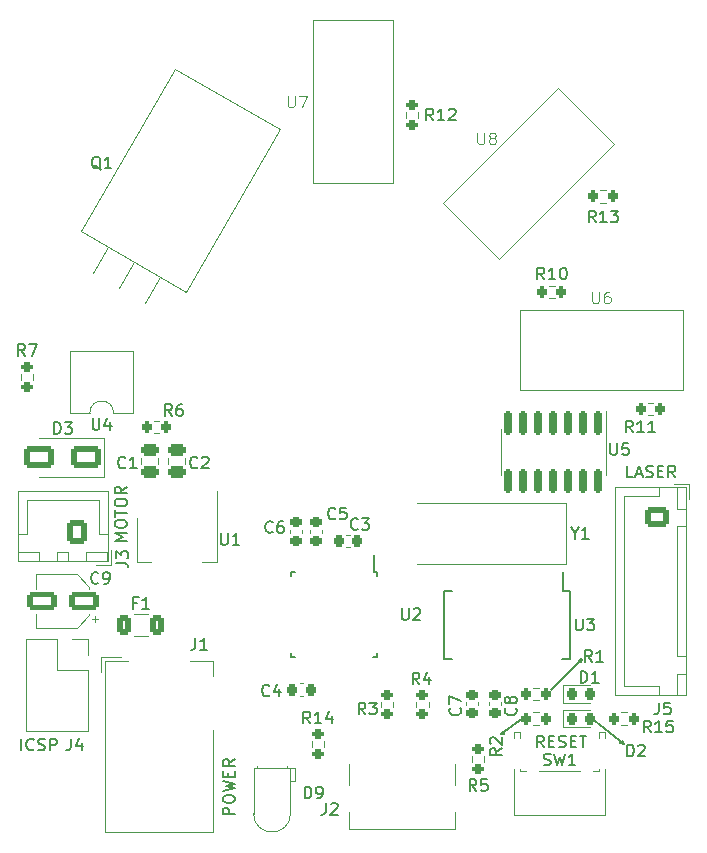
<source format=gto>
G04 #@! TF.GenerationSoftware,KiCad,Pcbnew,7.0.8*
G04 #@! TF.CreationDate,2024-02-21T14:15:02-03:00*
G04 #@! TF.ProjectId,Lidar PCB,4c696461-7220-4504-9342-2e6b69636164,1.0*
G04 #@! TF.SameCoordinates,Original*
G04 #@! TF.FileFunction,Legend,Top*
G04 #@! TF.FilePolarity,Positive*
%FSLAX46Y46*%
G04 Gerber Fmt 4.6, Leading zero omitted, Abs format (unit mm)*
G04 Created by KiCad (PCBNEW 7.0.8) date 2024-02-21 14:15:02*
%MOMM*%
%LPD*%
G01*
G04 APERTURE LIST*
G04 Aperture macros list*
%AMRoundRect*
0 Rectangle with rounded corners*
0 $1 Rounding radius*
0 $2 $3 $4 $5 $6 $7 $8 $9 X,Y pos of 4 corners*
0 Add a 4 corners polygon primitive as box body*
4,1,4,$2,$3,$4,$5,$6,$7,$8,$9,$2,$3,0*
0 Add four circle primitives for the rounded corners*
1,1,$1+$1,$2,$3*
1,1,$1+$1,$4,$5*
1,1,$1+$1,$6,$7*
1,1,$1+$1,$8,$9*
0 Add four rect primitives between the rounded corners*
20,1,$1+$1,$2,$3,$4,$5,0*
20,1,$1+$1,$4,$5,$6,$7,0*
20,1,$1+$1,$6,$7,$8,$9,0*
20,1,$1+$1,$8,$9,$2,$3,0*%
%AMHorizOval*
0 Thick line with rounded ends*
0 $1 width*
0 $2 $3 position (X,Y) of the first rounded end (center of the circle)*
0 $4 $5 position (X,Y) of the second rounded end (center of the circle)*
0 Add line between two ends*
20,1,$1,$2,$3,$4,$5,0*
0 Add two circle primitives to create the rounded ends*
1,1,$1,$2,$3*
1,1,$1,$4,$5*%
%AMRotRect*
0 Rectangle, with rotation*
0 The origin of the aperture is its center*
0 $1 length*
0 $2 width*
0 $3 Rotation angle, in degrees counterclockwise*
0 Add horizontal line*
21,1,$1,$2,0,0,$3*%
G04 Aperture macros list end*
%ADD10C,0.150000*%
%ADD11C,0.100000*%
%ADD12C,0.120000*%
%ADD13RoundRect,0.200000X-0.200000X-0.275000X0.200000X-0.275000X0.200000X0.275000X-0.200000X0.275000X0*%
%ADD14C,2.000000*%
%ADD15RoundRect,0.218750X-0.218750X-0.256250X0.218750X-0.256250X0.218750X0.256250X-0.218750X0.256250X0*%
%ADD16RoundRect,0.250000X0.475000X-0.250000X0.475000X0.250000X-0.475000X0.250000X-0.475000X-0.250000X0*%
%ADD17RoundRect,0.200000X-0.275000X0.200000X-0.275000X-0.200000X0.275000X-0.200000X0.275000X0.200000X0*%
%ADD18R,4.500000X2.000000*%
%ADD19RoundRect,0.250000X1.050000X0.550000X-1.050000X0.550000X-1.050000X-0.550000X1.050000X-0.550000X0*%
%ADD20R,0.550000X1.600000*%
%ADD21R,1.600000X0.550000*%
%ADD22R,1.700000X1.700000*%
%ADD23O,1.700000X1.700000*%
%ADD24C,2.500000*%
%ADD25RoundRect,0.200000X0.275000X-0.200000X0.275000X0.200000X-0.275000X0.200000X-0.275000X-0.200000X0*%
%ADD26C,2.100000*%
%ADD27C,1.750000*%
%ADD28RoundRect,0.250000X-0.725000X0.600000X-0.725000X-0.600000X0.725000X-0.600000X0.725000X0.600000X0*%
%ADD29O,1.950000X1.700000*%
%ADD30RoundRect,0.225000X-0.225000X-0.250000X0.225000X-0.250000X0.225000X0.250000X-0.225000X0.250000X0*%
%ADD31RoundRect,0.150000X-0.150000X0.825000X-0.150000X-0.825000X0.150000X-0.825000X0.150000X0.825000X0*%
%ADD32RoundRect,0.250000X-0.375000X-0.625000X0.375000X-0.625000X0.375000X0.625000X-0.375000X0.625000X0*%
%ADD33R,4.600000X2.000000*%
%ADD34O,4.200000X2.000000*%
%ADD35O,2.000000X4.200000*%
%ADD36RoundRect,0.250000X1.000000X0.650000X-1.000000X0.650000X-1.000000X-0.650000X1.000000X-0.650000X0*%
%ADD37R,1.800000X1.800000*%
%ADD38C,1.800000*%
%ADD39RoundRect,0.200000X0.200000X0.275000X-0.200000X0.275000X-0.200000X-0.275000X0.200000X-0.275000X0*%
%ADD40RoundRect,0.225000X0.250000X-0.225000X0.250000X0.225000X-0.250000X0.225000X-0.250000X-0.225000X0*%
%ADD41R,1.600000X1.600000*%
%ADD42O,1.600000X1.600000*%
%ADD43RoundRect,0.250000X0.600000X0.750000X-0.600000X0.750000X-0.600000X-0.750000X0.600000X-0.750000X0*%
%ADD44O,1.700000X2.000000*%
%ADD45HorizOval,3.500000X0.000000X0.000000X0.000000X0.000000X0*%
%ADD46RotRect,1.905000X2.000000X330.000000*%
%ADD47HorizOval,1.905000X-0.023750X-0.041136X0.023750X0.041136X0*%
%ADD48R,0.450000X1.750000*%
%ADD49RoundRect,0.225000X0.225000X0.250000X-0.225000X0.250000X-0.225000X-0.250000X0.225000X-0.250000X0*%
%ADD50R,0.600000X1.160000*%
%ADD51R,0.300000X1.160000*%
%ADD52O,0.900000X2.000000*%
%ADD53O,0.900000X1.700000*%
%ADD54R,1.500000X2.000000*%
%ADD55R,3.800000X2.000000*%
G04 APERTURE END LIST*
D10*
X159639000Y-122301000D02*
X159784674Y-122509064D01*
X166198098Y-116339716D02*
X166108305Y-116249899D01*
X159711844Y-122405014D02*
X159784674Y-122509064D01*
X169799000Y-123063000D02*
X169911935Y-123323534D01*
X169717340Y-123160283D02*
X169799000Y-123063000D01*
X166287896Y-116429507D02*
X166108305Y-116249899D01*
X167513000Y-121412000D02*
X169911935Y-123323534D01*
X169635729Y-123257561D02*
X169799000Y-123063000D01*
X169911935Y-123323534D02*
X169635729Y-123257561D01*
X159784674Y-122509064D02*
X159503781Y-122550720D01*
X161417000Y-121158000D02*
X159503781Y-122550720D01*
X166108305Y-116249899D02*
X166377697Y-116160100D01*
X166377697Y-116160100D02*
X166287896Y-116429507D01*
X163703000Y-118872000D02*
X166377697Y-116160100D01*
X159503781Y-122550720D02*
X159639000Y-122301000D01*
X172204142Y-122374819D02*
X171870809Y-121898628D01*
X171632714Y-122374819D02*
X171632714Y-121374819D01*
X171632714Y-121374819D02*
X172013666Y-121374819D01*
X172013666Y-121374819D02*
X172108904Y-121422438D01*
X172108904Y-121422438D02*
X172156523Y-121470057D01*
X172156523Y-121470057D02*
X172204142Y-121565295D01*
X172204142Y-121565295D02*
X172204142Y-121708152D01*
X172204142Y-121708152D02*
X172156523Y-121803390D01*
X172156523Y-121803390D02*
X172108904Y-121851009D01*
X172108904Y-121851009D02*
X172013666Y-121898628D01*
X172013666Y-121898628D02*
X171632714Y-121898628D01*
X173156523Y-122374819D02*
X172585095Y-122374819D01*
X172870809Y-122374819D02*
X172870809Y-121374819D01*
X172870809Y-121374819D02*
X172775571Y-121517676D01*
X172775571Y-121517676D02*
X172680333Y-121612914D01*
X172680333Y-121612914D02*
X172585095Y-121660533D01*
X174061285Y-121374819D02*
X173585095Y-121374819D01*
X173585095Y-121374819D02*
X173537476Y-121851009D01*
X173537476Y-121851009D02*
X173585095Y-121803390D01*
X173585095Y-121803390D02*
X173680333Y-121755771D01*
X173680333Y-121755771D02*
X173918428Y-121755771D01*
X173918428Y-121755771D02*
X174013666Y-121803390D01*
X174013666Y-121803390D02*
X174061285Y-121851009D01*
X174061285Y-121851009D02*
X174108904Y-121946247D01*
X174108904Y-121946247D02*
X174108904Y-122184342D01*
X174108904Y-122184342D02*
X174061285Y-122279580D01*
X174061285Y-122279580D02*
X174013666Y-122327200D01*
X174013666Y-122327200D02*
X173918428Y-122374819D01*
X173918428Y-122374819D02*
X173680333Y-122374819D01*
X173680333Y-122374819D02*
X173585095Y-122327200D01*
X173585095Y-122327200D02*
X173537476Y-122279580D01*
D11*
X167238095Y-85055419D02*
X167238095Y-85864942D01*
X167238095Y-85864942D02*
X167285714Y-85960180D01*
X167285714Y-85960180D02*
X167333333Y-86007800D01*
X167333333Y-86007800D02*
X167428571Y-86055419D01*
X167428571Y-86055419D02*
X167619047Y-86055419D01*
X167619047Y-86055419D02*
X167714285Y-86007800D01*
X167714285Y-86007800D02*
X167761904Y-85960180D01*
X167761904Y-85960180D02*
X167809523Y-85864942D01*
X167809523Y-85864942D02*
X167809523Y-85055419D01*
X168714285Y-85055419D02*
X168523809Y-85055419D01*
X168523809Y-85055419D02*
X168428571Y-85103038D01*
X168428571Y-85103038D02*
X168380952Y-85150657D01*
X168380952Y-85150657D02*
X168285714Y-85293514D01*
X168285714Y-85293514D02*
X168238095Y-85483990D01*
X168238095Y-85483990D02*
X168238095Y-85864942D01*
X168238095Y-85864942D02*
X168285714Y-85960180D01*
X168285714Y-85960180D02*
X168333333Y-86007800D01*
X168333333Y-86007800D02*
X168428571Y-86055419D01*
X168428571Y-86055419D02*
X168619047Y-86055419D01*
X168619047Y-86055419D02*
X168714285Y-86007800D01*
X168714285Y-86007800D02*
X168761904Y-85960180D01*
X168761904Y-85960180D02*
X168809523Y-85864942D01*
X168809523Y-85864942D02*
X168809523Y-85626847D01*
X168809523Y-85626847D02*
X168761904Y-85531609D01*
X168761904Y-85531609D02*
X168714285Y-85483990D01*
X168714285Y-85483990D02*
X168619047Y-85436371D01*
X168619047Y-85436371D02*
X168428571Y-85436371D01*
X168428571Y-85436371D02*
X168333333Y-85483990D01*
X168333333Y-85483990D02*
X168285714Y-85531609D01*
X168285714Y-85531609D02*
X168238095Y-85626847D01*
D10*
X166266905Y-118183819D02*
X166266905Y-117183819D01*
X166266905Y-117183819D02*
X166505000Y-117183819D01*
X166505000Y-117183819D02*
X166647857Y-117231438D01*
X166647857Y-117231438D02*
X166743095Y-117326676D01*
X166743095Y-117326676D02*
X166790714Y-117421914D01*
X166790714Y-117421914D02*
X166838333Y-117612390D01*
X166838333Y-117612390D02*
X166838333Y-117755247D01*
X166838333Y-117755247D02*
X166790714Y-117945723D01*
X166790714Y-117945723D02*
X166743095Y-118040961D01*
X166743095Y-118040961D02*
X166647857Y-118136200D01*
X166647857Y-118136200D02*
X166505000Y-118183819D01*
X166505000Y-118183819D02*
X166266905Y-118183819D01*
X167790714Y-118183819D02*
X167219286Y-118183819D01*
X167505000Y-118183819D02*
X167505000Y-117183819D01*
X167505000Y-117183819D02*
X167409762Y-117326676D01*
X167409762Y-117326676D02*
X167314524Y-117421914D01*
X167314524Y-117421914D02*
X167219286Y-117469533D01*
X133818333Y-99927580D02*
X133770714Y-99975200D01*
X133770714Y-99975200D02*
X133627857Y-100022819D01*
X133627857Y-100022819D02*
X133532619Y-100022819D01*
X133532619Y-100022819D02*
X133389762Y-99975200D01*
X133389762Y-99975200D02*
X133294524Y-99879961D01*
X133294524Y-99879961D02*
X133246905Y-99784723D01*
X133246905Y-99784723D02*
X133199286Y-99594247D01*
X133199286Y-99594247D02*
X133199286Y-99451390D01*
X133199286Y-99451390D02*
X133246905Y-99260914D01*
X133246905Y-99260914D02*
X133294524Y-99165676D01*
X133294524Y-99165676D02*
X133389762Y-99070438D01*
X133389762Y-99070438D02*
X133532619Y-99022819D01*
X133532619Y-99022819D02*
X133627857Y-99022819D01*
X133627857Y-99022819D02*
X133770714Y-99070438D01*
X133770714Y-99070438D02*
X133818333Y-99118057D01*
X134199286Y-99118057D02*
X134246905Y-99070438D01*
X134246905Y-99070438D02*
X134342143Y-99022819D01*
X134342143Y-99022819D02*
X134580238Y-99022819D01*
X134580238Y-99022819D02*
X134675476Y-99070438D01*
X134675476Y-99070438D02*
X134723095Y-99118057D01*
X134723095Y-99118057D02*
X134770714Y-99213295D01*
X134770714Y-99213295D02*
X134770714Y-99308533D01*
X134770714Y-99308533D02*
X134723095Y-99451390D01*
X134723095Y-99451390D02*
X134151667Y-100022819D01*
X134151667Y-100022819D02*
X134770714Y-100022819D01*
X143375142Y-121612819D02*
X143041809Y-121136628D01*
X142803714Y-121612819D02*
X142803714Y-120612819D01*
X142803714Y-120612819D02*
X143184666Y-120612819D01*
X143184666Y-120612819D02*
X143279904Y-120660438D01*
X143279904Y-120660438D02*
X143327523Y-120708057D01*
X143327523Y-120708057D02*
X143375142Y-120803295D01*
X143375142Y-120803295D02*
X143375142Y-120946152D01*
X143375142Y-120946152D02*
X143327523Y-121041390D01*
X143327523Y-121041390D02*
X143279904Y-121089009D01*
X143279904Y-121089009D02*
X143184666Y-121136628D01*
X143184666Y-121136628D02*
X142803714Y-121136628D01*
X144327523Y-121612819D02*
X143756095Y-121612819D01*
X144041809Y-121612819D02*
X144041809Y-120612819D01*
X144041809Y-120612819D02*
X143946571Y-120755676D01*
X143946571Y-120755676D02*
X143851333Y-120850914D01*
X143851333Y-120850914D02*
X143756095Y-120898533D01*
X145184666Y-120946152D02*
X145184666Y-121612819D01*
X144946571Y-120565200D02*
X144708476Y-121279485D01*
X144708476Y-121279485D02*
X145327523Y-121279485D01*
X165766809Y-105515628D02*
X165766809Y-105991819D01*
X165433476Y-104991819D02*
X165766809Y-105515628D01*
X165766809Y-105515628D02*
X166100142Y-104991819D01*
X166957285Y-105991819D02*
X166385857Y-105991819D01*
X166671571Y-105991819D02*
X166671571Y-104991819D01*
X166671571Y-104991819D02*
X166576333Y-105134676D01*
X166576333Y-105134676D02*
X166481095Y-105229914D01*
X166481095Y-105229914D02*
X166385857Y-105277533D01*
X125436333Y-109706580D02*
X125388714Y-109754200D01*
X125388714Y-109754200D02*
X125245857Y-109801819D01*
X125245857Y-109801819D02*
X125150619Y-109801819D01*
X125150619Y-109801819D02*
X125007762Y-109754200D01*
X125007762Y-109754200D02*
X124912524Y-109658961D01*
X124912524Y-109658961D02*
X124864905Y-109563723D01*
X124864905Y-109563723D02*
X124817286Y-109373247D01*
X124817286Y-109373247D02*
X124817286Y-109230390D01*
X124817286Y-109230390D02*
X124864905Y-109039914D01*
X124864905Y-109039914D02*
X124912524Y-108944676D01*
X124912524Y-108944676D02*
X125007762Y-108849438D01*
X125007762Y-108849438D02*
X125150619Y-108801819D01*
X125150619Y-108801819D02*
X125245857Y-108801819D01*
X125245857Y-108801819D02*
X125388714Y-108849438D01*
X125388714Y-108849438D02*
X125436333Y-108897057D01*
X125912524Y-109801819D02*
X126103000Y-109801819D01*
X126103000Y-109801819D02*
X126198238Y-109754200D01*
X126198238Y-109754200D02*
X126245857Y-109706580D01*
X126245857Y-109706580D02*
X126341095Y-109563723D01*
X126341095Y-109563723D02*
X126388714Y-109373247D01*
X126388714Y-109373247D02*
X126388714Y-108992295D01*
X126388714Y-108992295D02*
X126341095Y-108897057D01*
X126341095Y-108897057D02*
X126293476Y-108849438D01*
X126293476Y-108849438D02*
X126198238Y-108801819D01*
X126198238Y-108801819D02*
X126007762Y-108801819D01*
X126007762Y-108801819D02*
X125912524Y-108849438D01*
X125912524Y-108849438D02*
X125864905Y-108897057D01*
X125864905Y-108897057D02*
X125817286Y-108992295D01*
X125817286Y-108992295D02*
X125817286Y-109230390D01*
X125817286Y-109230390D02*
X125864905Y-109325628D01*
X125864905Y-109325628D02*
X125912524Y-109373247D01*
X125912524Y-109373247D02*
X126007762Y-109420866D01*
X126007762Y-109420866D02*
X126198238Y-109420866D01*
X126198238Y-109420866D02*
X126293476Y-109373247D01*
X126293476Y-109373247D02*
X126341095Y-109325628D01*
X126341095Y-109325628D02*
X126388714Y-109230390D01*
X151130095Y-111849819D02*
X151130095Y-112659342D01*
X151130095Y-112659342D02*
X151177714Y-112754580D01*
X151177714Y-112754580D02*
X151225333Y-112802200D01*
X151225333Y-112802200D02*
X151320571Y-112849819D01*
X151320571Y-112849819D02*
X151511047Y-112849819D01*
X151511047Y-112849819D02*
X151606285Y-112802200D01*
X151606285Y-112802200D02*
X151653904Y-112754580D01*
X151653904Y-112754580D02*
X151701523Y-112659342D01*
X151701523Y-112659342D02*
X151701523Y-111849819D01*
X152130095Y-111945057D02*
X152177714Y-111897438D01*
X152177714Y-111897438D02*
X152272952Y-111849819D01*
X152272952Y-111849819D02*
X152511047Y-111849819D01*
X152511047Y-111849819D02*
X152606285Y-111897438D01*
X152606285Y-111897438D02*
X152653904Y-111945057D01*
X152653904Y-111945057D02*
X152701523Y-112040295D01*
X152701523Y-112040295D02*
X152701523Y-112135533D01*
X152701523Y-112135533D02*
X152653904Y-112278390D01*
X152653904Y-112278390D02*
X152082476Y-112849819D01*
X152082476Y-112849819D02*
X152701523Y-112849819D01*
X123110666Y-122898819D02*
X123110666Y-123613104D01*
X123110666Y-123613104D02*
X123063047Y-123755961D01*
X123063047Y-123755961D02*
X122967809Y-123851200D01*
X122967809Y-123851200D02*
X122824952Y-123898819D01*
X122824952Y-123898819D02*
X122729714Y-123898819D01*
X124015428Y-123232152D02*
X124015428Y-123898819D01*
X123777333Y-122851200D02*
X123539238Y-123565485D01*
X123539238Y-123565485D02*
X124158285Y-123565485D01*
X118919810Y-123898819D02*
X118919810Y-122898819D01*
X119967428Y-123803580D02*
X119919809Y-123851200D01*
X119919809Y-123851200D02*
X119776952Y-123898819D01*
X119776952Y-123898819D02*
X119681714Y-123898819D01*
X119681714Y-123898819D02*
X119538857Y-123851200D01*
X119538857Y-123851200D02*
X119443619Y-123755961D01*
X119443619Y-123755961D02*
X119396000Y-123660723D01*
X119396000Y-123660723D02*
X119348381Y-123470247D01*
X119348381Y-123470247D02*
X119348381Y-123327390D01*
X119348381Y-123327390D02*
X119396000Y-123136914D01*
X119396000Y-123136914D02*
X119443619Y-123041676D01*
X119443619Y-123041676D02*
X119538857Y-122946438D01*
X119538857Y-122946438D02*
X119681714Y-122898819D01*
X119681714Y-122898819D02*
X119776952Y-122898819D01*
X119776952Y-122898819D02*
X119919809Y-122946438D01*
X119919809Y-122946438D02*
X119967428Y-122994057D01*
X120348381Y-123851200D02*
X120491238Y-123898819D01*
X120491238Y-123898819D02*
X120729333Y-123898819D01*
X120729333Y-123898819D02*
X120824571Y-123851200D01*
X120824571Y-123851200D02*
X120872190Y-123803580D01*
X120872190Y-123803580D02*
X120919809Y-123708342D01*
X120919809Y-123708342D02*
X120919809Y-123613104D01*
X120919809Y-123613104D02*
X120872190Y-123517866D01*
X120872190Y-123517866D02*
X120824571Y-123470247D01*
X120824571Y-123470247D02*
X120729333Y-123422628D01*
X120729333Y-123422628D02*
X120538857Y-123375009D01*
X120538857Y-123375009D02*
X120443619Y-123327390D01*
X120443619Y-123327390D02*
X120396000Y-123279771D01*
X120396000Y-123279771D02*
X120348381Y-123184533D01*
X120348381Y-123184533D02*
X120348381Y-123089295D01*
X120348381Y-123089295D02*
X120396000Y-122994057D01*
X120396000Y-122994057D02*
X120443619Y-122946438D01*
X120443619Y-122946438D02*
X120538857Y-122898819D01*
X120538857Y-122898819D02*
X120776952Y-122898819D01*
X120776952Y-122898819D02*
X120919809Y-122946438D01*
X121348381Y-123898819D02*
X121348381Y-122898819D01*
X121348381Y-122898819D02*
X121729333Y-122898819D01*
X121729333Y-122898819D02*
X121824571Y-122946438D01*
X121824571Y-122946438D02*
X121872190Y-122994057D01*
X121872190Y-122994057D02*
X121919809Y-123089295D01*
X121919809Y-123089295D02*
X121919809Y-123232152D01*
X121919809Y-123232152D02*
X121872190Y-123327390D01*
X121872190Y-123327390D02*
X121824571Y-123375009D01*
X121824571Y-123375009D02*
X121729333Y-123422628D01*
X121729333Y-123422628D02*
X121348381Y-123422628D01*
X152614333Y-118310819D02*
X152281000Y-117834628D01*
X152042905Y-118310819D02*
X152042905Y-117310819D01*
X152042905Y-117310819D02*
X152423857Y-117310819D01*
X152423857Y-117310819D02*
X152519095Y-117358438D01*
X152519095Y-117358438D02*
X152566714Y-117406057D01*
X152566714Y-117406057D02*
X152614333Y-117501295D01*
X152614333Y-117501295D02*
X152614333Y-117644152D01*
X152614333Y-117644152D02*
X152566714Y-117739390D01*
X152566714Y-117739390D02*
X152519095Y-117787009D01*
X152519095Y-117787009D02*
X152423857Y-117834628D01*
X152423857Y-117834628D02*
X152042905Y-117834628D01*
X153471476Y-117644152D02*
X153471476Y-118310819D01*
X153233381Y-117263200D02*
X152995286Y-117977485D01*
X152995286Y-117977485D02*
X153614333Y-117977485D01*
X163153467Y-125121200D02*
X163296324Y-125168819D01*
X163296324Y-125168819D02*
X163534419Y-125168819D01*
X163534419Y-125168819D02*
X163629657Y-125121200D01*
X163629657Y-125121200D02*
X163677276Y-125073580D01*
X163677276Y-125073580D02*
X163724895Y-124978342D01*
X163724895Y-124978342D02*
X163724895Y-124883104D01*
X163724895Y-124883104D02*
X163677276Y-124787866D01*
X163677276Y-124787866D02*
X163629657Y-124740247D01*
X163629657Y-124740247D02*
X163534419Y-124692628D01*
X163534419Y-124692628D02*
X163343943Y-124645009D01*
X163343943Y-124645009D02*
X163248705Y-124597390D01*
X163248705Y-124597390D02*
X163201086Y-124549771D01*
X163201086Y-124549771D02*
X163153467Y-124454533D01*
X163153467Y-124454533D02*
X163153467Y-124359295D01*
X163153467Y-124359295D02*
X163201086Y-124264057D01*
X163201086Y-124264057D02*
X163248705Y-124216438D01*
X163248705Y-124216438D02*
X163343943Y-124168819D01*
X163343943Y-124168819D02*
X163582038Y-124168819D01*
X163582038Y-124168819D02*
X163724895Y-124216438D01*
X164058229Y-124168819D02*
X164296324Y-125168819D01*
X164296324Y-125168819D02*
X164486800Y-124454533D01*
X164486800Y-124454533D02*
X164677276Y-125168819D01*
X164677276Y-125168819D02*
X164915372Y-124168819D01*
X165820133Y-125168819D02*
X165248705Y-125168819D01*
X165534419Y-125168819D02*
X165534419Y-124168819D01*
X165534419Y-124168819D02*
X165439181Y-124311676D01*
X165439181Y-124311676D02*
X165343943Y-124406914D01*
X165343943Y-124406914D02*
X165248705Y-124454533D01*
X163139618Y-123644819D02*
X162806285Y-123168628D01*
X162568190Y-123644819D02*
X162568190Y-122644819D01*
X162568190Y-122644819D02*
X162949142Y-122644819D01*
X162949142Y-122644819D02*
X163044380Y-122692438D01*
X163044380Y-122692438D02*
X163091999Y-122740057D01*
X163091999Y-122740057D02*
X163139618Y-122835295D01*
X163139618Y-122835295D02*
X163139618Y-122978152D01*
X163139618Y-122978152D02*
X163091999Y-123073390D01*
X163091999Y-123073390D02*
X163044380Y-123121009D01*
X163044380Y-123121009D02*
X162949142Y-123168628D01*
X162949142Y-123168628D02*
X162568190Y-123168628D01*
X163568190Y-123121009D02*
X163901523Y-123121009D01*
X164044380Y-123644819D02*
X163568190Y-123644819D01*
X163568190Y-123644819D02*
X163568190Y-122644819D01*
X163568190Y-122644819D02*
X164044380Y-122644819D01*
X164425333Y-123597200D02*
X164568190Y-123644819D01*
X164568190Y-123644819D02*
X164806285Y-123644819D01*
X164806285Y-123644819D02*
X164901523Y-123597200D01*
X164901523Y-123597200D02*
X164949142Y-123549580D01*
X164949142Y-123549580D02*
X164996761Y-123454342D01*
X164996761Y-123454342D02*
X164996761Y-123359104D01*
X164996761Y-123359104D02*
X164949142Y-123263866D01*
X164949142Y-123263866D02*
X164901523Y-123216247D01*
X164901523Y-123216247D02*
X164806285Y-123168628D01*
X164806285Y-123168628D02*
X164615809Y-123121009D01*
X164615809Y-123121009D02*
X164520571Y-123073390D01*
X164520571Y-123073390D02*
X164472952Y-123025771D01*
X164472952Y-123025771D02*
X164425333Y-122930533D01*
X164425333Y-122930533D02*
X164425333Y-122835295D01*
X164425333Y-122835295D02*
X164472952Y-122740057D01*
X164472952Y-122740057D02*
X164520571Y-122692438D01*
X164520571Y-122692438D02*
X164615809Y-122644819D01*
X164615809Y-122644819D02*
X164853904Y-122644819D01*
X164853904Y-122644819D02*
X164996761Y-122692438D01*
X165425333Y-123121009D02*
X165758666Y-123121009D01*
X165901523Y-123644819D02*
X165425333Y-123644819D01*
X165425333Y-123644819D02*
X165425333Y-122644819D01*
X165425333Y-122644819D02*
X165901523Y-122644819D01*
X166187238Y-122644819D02*
X166758666Y-122644819D01*
X166472952Y-123644819D02*
X166472952Y-122644819D01*
X172894666Y-119850819D02*
X172894666Y-120565104D01*
X172894666Y-120565104D02*
X172847047Y-120707961D01*
X172847047Y-120707961D02*
X172751809Y-120803200D01*
X172751809Y-120803200D02*
X172608952Y-120850819D01*
X172608952Y-120850819D02*
X172513714Y-120850819D01*
X173847047Y-119850819D02*
X173370857Y-119850819D01*
X173370857Y-119850819D02*
X173323238Y-120327009D01*
X173323238Y-120327009D02*
X173370857Y-120279390D01*
X173370857Y-120279390D02*
X173466095Y-120231771D01*
X173466095Y-120231771D02*
X173704190Y-120231771D01*
X173704190Y-120231771D02*
X173799428Y-120279390D01*
X173799428Y-120279390D02*
X173847047Y-120327009D01*
X173847047Y-120327009D02*
X173894666Y-120422247D01*
X173894666Y-120422247D02*
X173894666Y-120660342D01*
X173894666Y-120660342D02*
X173847047Y-120755580D01*
X173847047Y-120755580D02*
X173799428Y-120803200D01*
X173799428Y-120803200D02*
X173704190Y-120850819D01*
X173704190Y-120850819D02*
X173466095Y-120850819D01*
X173466095Y-120850819D02*
X173370857Y-120803200D01*
X173370857Y-120803200D02*
X173323238Y-120755580D01*
X170664380Y-100784819D02*
X170188190Y-100784819D01*
X170188190Y-100784819D02*
X170188190Y-99784819D01*
X170950095Y-100499104D02*
X171426285Y-100499104D01*
X170854857Y-100784819D02*
X171188190Y-99784819D01*
X171188190Y-99784819D02*
X171521523Y-100784819D01*
X171807238Y-100737200D02*
X171950095Y-100784819D01*
X171950095Y-100784819D02*
X172188190Y-100784819D01*
X172188190Y-100784819D02*
X172283428Y-100737200D01*
X172283428Y-100737200D02*
X172331047Y-100689580D01*
X172331047Y-100689580D02*
X172378666Y-100594342D01*
X172378666Y-100594342D02*
X172378666Y-100499104D01*
X172378666Y-100499104D02*
X172331047Y-100403866D01*
X172331047Y-100403866D02*
X172283428Y-100356247D01*
X172283428Y-100356247D02*
X172188190Y-100308628D01*
X172188190Y-100308628D02*
X171997714Y-100261009D01*
X171997714Y-100261009D02*
X171902476Y-100213390D01*
X171902476Y-100213390D02*
X171854857Y-100165771D01*
X171854857Y-100165771D02*
X171807238Y-100070533D01*
X171807238Y-100070533D02*
X171807238Y-99975295D01*
X171807238Y-99975295D02*
X171854857Y-99880057D01*
X171854857Y-99880057D02*
X171902476Y-99832438D01*
X171902476Y-99832438D02*
X171997714Y-99784819D01*
X171997714Y-99784819D02*
X172235809Y-99784819D01*
X172235809Y-99784819D02*
X172378666Y-99832438D01*
X172807238Y-100261009D02*
X173140571Y-100261009D01*
X173283428Y-100784819D02*
X172807238Y-100784819D01*
X172807238Y-100784819D02*
X172807238Y-99784819D01*
X172807238Y-99784819D02*
X173283428Y-99784819D01*
X174283428Y-100784819D02*
X173950095Y-100308628D01*
X173712000Y-100784819D02*
X173712000Y-99784819D01*
X173712000Y-99784819D02*
X174092952Y-99784819D01*
X174092952Y-99784819D02*
X174188190Y-99832438D01*
X174188190Y-99832438D02*
X174235809Y-99880057D01*
X174235809Y-99880057D02*
X174283428Y-99975295D01*
X174283428Y-99975295D02*
X174283428Y-100118152D01*
X174283428Y-100118152D02*
X174235809Y-100213390D01*
X174235809Y-100213390D02*
X174188190Y-100261009D01*
X174188190Y-100261009D02*
X174092952Y-100308628D01*
X174092952Y-100308628D02*
X173712000Y-100308628D01*
X139914333Y-119231580D02*
X139866714Y-119279200D01*
X139866714Y-119279200D02*
X139723857Y-119326819D01*
X139723857Y-119326819D02*
X139628619Y-119326819D01*
X139628619Y-119326819D02*
X139485762Y-119279200D01*
X139485762Y-119279200D02*
X139390524Y-119183961D01*
X139390524Y-119183961D02*
X139342905Y-119088723D01*
X139342905Y-119088723D02*
X139295286Y-118898247D01*
X139295286Y-118898247D02*
X139295286Y-118755390D01*
X139295286Y-118755390D02*
X139342905Y-118564914D01*
X139342905Y-118564914D02*
X139390524Y-118469676D01*
X139390524Y-118469676D02*
X139485762Y-118374438D01*
X139485762Y-118374438D02*
X139628619Y-118326819D01*
X139628619Y-118326819D02*
X139723857Y-118326819D01*
X139723857Y-118326819D02*
X139866714Y-118374438D01*
X139866714Y-118374438D02*
X139914333Y-118422057D01*
X140771476Y-118660152D02*
X140771476Y-119326819D01*
X140533381Y-118279200D02*
X140295286Y-118993485D01*
X140295286Y-118993485D02*
X140914333Y-118993485D01*
X159585819Y-123737666D02*
X159109628Y-124070999D01*
X159585819Y-124309094D02*
X158585819Y-124309094D01*
X158585819Y-124309094D02*
X158585819Y-123928142D01*
X158585819Y-123928142D02*
X158633438Y-123832904D01*
X158633438Y-123832904D02*
X158681057Y-123785285D01*
X158681057Y-123785285D02*
X158776295Y-123737666D01*
X158776295Y-123737666D02*
X158919152Y-123737666D01*
X158919152Y-123737666D02*
X159014390Y-123785285D01*
X159014390Y-123785285D02*
X159062009Y-123832904D01*
X159062009Y-123832904D02*
X159109628Y-123928142D01*
X159109628Y-123928142D02*
X159109628Y-124309094D01*
X158681057Y-123356713D02*
X158633438Y-123309094D01*
X158633438Y-123309094D02*
X158585819Y-123213856D01*
X158585819Y-123213856D02*
X158585819Y-122975761D01*
X158585819Y-122975761D02*
X158633438Y-122880523D01*
X158633438Y-122880523D02*
X158681057Y-122832904D01*
X158681057Y-122832904D02*
X158776295Y-122785285D01*
X158776295Y-122785285D02*
X158871533Y-122785285D01*
X158871533Y-122785285D02*
X159014390Y-122832904D01*
X159014390Y-122832904D02*
X159585819Y-123404332D01*
X159585819Y-123404332D02*
X159585819Y-122785285D01*
X153789142Y-70558819D02*
X153455809Y-70082628D01*
X153217714Y-70558819D02*
X153217714Y-69558819D01*
X153217714Y-69558819D02*
X153598666Y-69558819D01*
X153598666Y-69558819D02*
X153693904Y-69606438D01*
X153693904Y-69606438D02*
X153741523Y-69654057D01*
X153741523Y-69654057D02*
X153789142Y-69749295D01*
X153789142Y-69749295D02*
X153789142Y-69892152D01*
X153789142Y-69892152D02*
X153741523Y-69987390D01*
X153741523Y-69987390D02*
X153693904Y-70035009D01*
X153693904Y-70035009D02*
X153598666Y-70082628D01*
X153598666Y-70082628D02*
X153217714Y-70082628D01*
X154741523Y-70558819D02*
X154170095Y-70558819D01*
X154455809Y-70558819D02*
X154455809Y-69558819D01*
X154455809Y-69558819D02*
X154360571Y-69701676D01*
X154360571Y-69701676D02*
X154265333Y-69796914D01*
X154265333Y-69796914D02*
X154170095Y-69844533D01*
X155122476Y-69654057D02*
X155170095Y-69606438D01*
X155170095Y-69606438D02*
X155265333Y-69558819D01*
X155265333Y-69558819D02*
X155503428Y-69558819D01*
X155503428Y-69558819D02*
X155598666Y-69606438D01*
X155598666Y-69606438D02*
X155646285Y-69654057D01*
X155646285Y-69654057D02*
X155693904Y-69749295D01*
X155693904Y-69749295D02*
X155693904Y-69844533D01*
X155693904Y-69844533D02*
X155646285Y-69987390D01*
X155646285Y-69987390D02*
X155074857Y-70558819D01*
X155074857Y-70558819D02*
X155693904Y-70558819D01*
X168783095Y-97879819D02*
X168783095Y-98689342D01*
X168783095Y-98689342D02*
X168830714Y-98784580D01*
X168830714Y-98784580D02*
X168878333Y-98832200D01*
X168878333Y-98832200D02*
X168973571Y-98879819D01*
X168973571Y-98879819D02*
X169164047Y-98879819D01*
X169164047Y-98879819D02*
X169259285Y-98832200D01*
X169259285Y-98832200D02*
X169306904Y-98784580D01*
X169306904Y-98784580D02*
X169354523Y-98689342D01*
X169354523Y-98689342D02*
X169354523Y-97879819D01*
X170306904Y-97879819D02*
X169830714Y-97879819D01*
X169830714Y-97879819D02*
X169783095Y-98356009D01*
X169783095Y-98356009D02*
X169830714Y-98308390D01*
X169830714Y-98308390D02*
X169925952Y-98260771D01*
X169925952Y-98260771D02*
X170164047Y-98260771D01*
X170164047Y-98260771D02*
X170259285Y-98308390D01*
X170259285Y-98308390D02*
X170306904Y-98356009D01*
X170306904Y-98356009D02*
X170354523Y-98451247D01*
X170354523Y-98451247D02*
X170354523Y-98689342D01*
X170354523Y-98689342D02*
X170306904Y-98784580D01*
X170306904Y-98784580D02*
X170259285Y-98832200D01*
X170259285Y-98832200D02*
X170164047Y-98879819D01*
X170164047Y-98879819D02*
X169925952Y-98879819D01*
X169925952Y-98879819D02*
X169830714Y-98832200D01*
X169830714Y-98832200D02*
X169783095Y-98784580D01*
X128698666Y-111395009D02*
X128365333Y-111395009D01*
X128365333Y-111918819D02*
X128365333Y-110918819D01*
X128365333Y-110918819D02*
X128841523Y-110918819D01*
X129746285Y-111918819D02*
X129174857Y-111918819D01*
X129460571Y-111918819D02*
X129460571Y-110918819D01*
X129460571Y-110918819D02*
X129365333Y-111061676D01*
X129365333Y-111061676D02*
X129270095Y-111156914D01*
X129270095Y-111156914D02*
X129174857Y-111204533D01*
X133651666Y-114389819D02*
X133651666Y-115104104D01*
X133651666Y-115104104D02*
X133604047Y-115246961D01*
X133604047Y-115246961D02*
X133508809Y-115342200D01*
X133508809Y-115342200D02*
X133365952Y-115389819D01*
X133365952Y-115389819D02*
X133270714Y-115389819D01*
X134651666Y-115389819D02*
X134080238Y-115389819D01*
X134365952Y-115389819D02*
X134365952Y-114389819D01*
X134365952Y-114389819D02*
X134270714Y-114532676D01*
X134270714Y-114532676D02*
X134175476Y-114627914D01*
X134175476Y-114627914D02*
X134080238Y-114675533D01*
X136979819Y-129309523D02*
X135979819Y-129309523D01*
X135979819Y-129309523D02*
X135979819Y-128928571D01*
X135979819Y-128928571D02*
X136027438Y-128833333D01*
X136027438Y-128833333D02*
X136075057Y-128785714D01*
X136075057Y-128785714D02*
X136170295Y-128738095D01*
X136170295Y-128738095D02*
X136313152Y-128738095D01*
X136313152Y-128738095D02*
X136408390Y-128785714D01*
X136408390Y-128785714D02*
X136456009Y-128833333D01*
X136456009Y-128833333D02*
X136503628Y-128928571D01*
X136503628Y-128928571D02*
X136503628Y-129309523D01*
X135979819Y-128119047D02*
X135979819Y-127928571D01*
X135979819Y-127928571D02*
X136027438Y-127833333D01*
X136027438Y-127833333D02*
X136122676Y-127738095D01*
X136122676Y-127738095D02*
X136313152Y-127690476D01*
X136313152Y-127690476D02*
X136646485Y-127690476D01*
X136646485Y-127690476D02*
X136836961Y-127738095D01*
X136836961Y-127738095D02*
X136932200Y-127833333D01*
X136932200Y-127833333D02*
X136979819Y-127928571D01*
X136979819Y-127928571D02*
X136979819Y-128119047D01*
X136979819Y-128119047D02*
X136932200Y-128214285D01*
X136932200Y-128214285D02*
X136836961Y-128309523D01*
X136836961Y-128309523D02*
X136646485Y-128357142D01*
X136646485Y-128357142D02*
X136313152Y-128357142D01*
X136313152Y-128357142D02*
X136122676Y-128309523D01*
X136122676Y-128309523D02*
X136027438Y-128214285D01*
X136027438Y-128214285D02*
X135979819Y-128119047D01*
X135979819Y-127357142D02*
X136979819Y-127119047D01*
X136979819Y-127119047D02*
X136265533Y-126928571D01*
X136265533Y-126928571D02*
X136979819Y-126738095D01*
X136979819Y-126738095D02*
X135979819Y-126500000D01*
X136456009Y-126119047D02*
X136456009Y-125785714D01*
X136979819Y-125642857D02*
X136979819Y-126119047D01*
X136979819Y-126119047D02*
X135979819Y-126119047D01*
X135979819Y-126119047D02*
X135979819Y-125642857D01*
X136979819Y-124642857D02*
X136503628Y-124976190D01*
X136979819Y-125214285D02*
X135979819Y-125214285D01*
X135979819Y-125214285D02*
X135979819Y-124833333D01*
X135979819Y-124833333D02*
X136027438Y-124738095D01*
X136027438Y-124738095D02*
X136075057Y-124690476D01*
X136075057Y-124690476D02*
X136170295Y-124642857D01*
X136170295Y-124642857D02*
X136313152Y-124642857D01*
X136313152Y-124642857D02*
X136408390Y-124690476D01*
X136408390Y-124690476D02*
X136456009Y-124738095D01*
X136456009Y-124738095D02*
X136503628Y-124833333D01*
X136503628Y-124833333D02*
X136503628Y-125214285D01*
X121689905Y-97101819D02*
X121689905Y-96101819D01*
X121689905Y-96101819D02*
X121928000Y-96101819D01*
X121928000Y-96101819D02*
X122070857Y-96149438D01*
X122070857Y-96149438D02*
X122166095Y-96244676D01*
X122166095Y-96244676D02*
X122213714Y-96339914D01*
X122213714Y-96339914D02*
X122261333Y-96530390D01*
X122261333Y-96530390D02*
X122261333Y-96673247D01*
X122261333Y-96673247D02*
X122213714Y-96863723D01*
X122213714Y-96863723D02*
X122166095Y-96958961D01*
X122166095Y-96958961D02*
X122070857Y-97054200D01*
X122070857Y-97054200D02*
X121928000Y-97101819D01*
X121928000Y-97101819D02*
X121689905Y-97101819D01*
X122594667Y-96101819D02*
X123213714Y-96101819D01*
X123213714Y-96101819D02*
X122880381Y-96482771D01*
X122880381Y-96482771D02*
X123023238Y-96482771D01*
X123023238Y-96482771D02*
X123118476Y-96530390D01*
X123118476Y-96530390D02*
X123166095Y-96578009D01*
X123166095Y-96578009D02*
X123213714Y-96673247D01*
X123213714Y-96673247D02*
X123213714Y-96911342D01*
X123213714Y-96911342D02*
X123166095Y-97006580D01*
X123166095Y-97006580D02*
X123118476Y-97054200D01*
X123118476Y-97054200D02*
X123023238Y-97101819D01*
X123023238Y-97101819D02*
X122737524Y-97101819D01*
X122737524Y-97101819D02*
X122642286Y-97054200D01*
X122642286Y-97054200D02*
X122594667Y-97006580D01*
X142898905Y-127962819D02*
X142898905Y-126962819D01*
X142898905Y-126962819D02*
X143137000Y-126962819D01*
X143137000Y-126962819D02*
X143279857Y-127010438D01*
X143279857Y-127010438D02*
X143375095Y-127105676D01*
X143375095Y-127105676D02*
X143422714Y-127200914D01*
X143422714Y-127200914D02*
X143470333Y-127391390D01*
X143470333Y-127391390D02*
X143470333Y-127534247D01*
X143470333Y-127534247D02*
X143422714Y-127724723D01*
X143422714Y-127724723D02*
X143375095Y-127819961D01*
X143375095Y-127819961D02*
X143279857Y-127915200D01*
X143279857Y-127915200D02*
X143137000Y-127962819D01*
X143137000Y-127962819D02*
X142898905Y-127962819D01*
X143946524Y-127962819D02*
X144137000Y-127962819D01*
X144137000Y-127962819D02*
X144232238Y-127915200D01*
X144232238Y-127915200D02*
X144279857Y-127867580D01*
X144279857Y-127867580D02*
X144375095Y-127724723D01*
X144375095Y-127724723D02*
X144422714Y-127534247D01*
X144422714Y-127534247D02*
X144422714Y-127153295D01*
X144422714Y-127153295D02*
X144375095Y-127058057D01*
X144375095Y-127058057D02*
X144327476Y-127010438D01*
X144327476Y-127010438D02*
X144232238Y-126962819D01*
X144232238Y-126962819D02*
X144041762Y-126962819D01*
X144041762Y-126962819D02*
X143946524Y-127010438D01*
X143946524Y-127010438D02*
X143898905Y-127058057D01*
X143898905Y-127058057D02*
X143851286Y-127153295D01*
X143851286Y-127153295D02*
X143851286Y-127391390D01*
X143851286Y-127391390D02*
X143898905Y-127486628D01*
X143898905Y-127486628D02*
X143946524Y-127534247D01*
X143946524Y-127534247D02*
X144041762Y-127581866D01*
X144041762Y-127581866D02*
X144232238Y-127581866D01*
X144232238Y-127581866D02*
X144327476Y-127534247D01*
X144327476Y-127534247D02*
X144375095Y-127486628D01*
X144375095Y-127486628D02*
X144422714Y-127391390D01*
X131659333Y-95577819D02*
X131326000Y-95101628D01*
X131087905Y-95577819D02*
X131087905Y-94577819D01*
X131087905Y-94577819D02*
X131468857Y-94577819D01*
X131468857Y-94577819D02*
X131564095Y-94625438D01*
X131564095Y-94625438D02*
X131611714Y-94673057D01*
X131611714Y-94673057D02*
X131659333Y-94768295D01*
X131659333Y-94768295D02*
X131659333Y-94911152D01*
X131659333Y-94911152D02*
X131611714Y-95006390D01*
X131611714Y-95006390D02*
X131564095Y-95054009D01*
X131564095Y-95054009D02*
X131468857Y-95101628D01*
X131468857Y-95101628D02*
X131087905Y-95101628D01*
X132516476Y-94577819D02*
X132326000Y-94577819D01*
X132326000Y-94577819D02*
X132230762Y-94625438D01*
X132230762Y-94625438D02*
X132183143Y-94673057D01*
X132183143Y-94673057D02*
X132087905Y-94815914D01*
X132087905Y-94815914D02*
X132040286Y-95006390D01*
X132040286Y-95006390D02*
X132040286Y-95387342D01*
X132040286Y-95387342D02*
X132087905Y-95482580D01*
X132087905Y-95482580D02*
X132135524Y-95530200D01*
X132135524Y-95530200D02*
X132230762Y-95577819D01*
X132230762Y-95577819D02*
X132421238Y-95577819D01*
X132421238Y-95577819D02*
X132516476Y-95530200D01*
X132516476Y-95530200D02*
X132564095Y-95482580D01*
X132564095Y-95482580D02*
X132611714Y-95387342D01*
X132611714Y-95387342D02*
X132611714Y-95149247D01*
X132611714Y-95149247D02*
X132564095Y-95054009D01*
X132564095Y-95054009D02*
X132516476Y-95006390D01*
X132516476Y-95006390D02*
X132421238Y-94958771D01*
X132421238Y-94958771D02*
X132230762Y-94958771D01*
X132230762Y-94958771D02*
X132135524Y-95006390D01*
X132135524Y-95006390D02*
X132087905Y-95054009D01*
X132087905Y-95054009D02*
X132040286Y-95149247D01*
X127722333Y-99927580D02*
X127674714Y-99975200D01*
X127674714Y-99975200D02*
X127531857Y-100022819D01*
X127531857Y-100022819D02*
X127436619Y-100022819D01*
X127436619Y-100022819D02*
X127293762Y-99975200D01*
X127293762Y-99975200D02*
X127198524Y-99879961D01*
X127198524Y-99879961D02*
X127150905Y-99784723D01*
X127150905Y-99784723D02*
X127103286Y-99594247D01*
X127103286Y-99594247D02*
X127103286Y-99451390D01*
X127103286Y-99451390D02*
X127150905Y-99260914D01*
X127150905Y-99260914D02*
X127198524Y-99165676D01*
X127198524Y-99165676D02*
X127293762Y-99070438D01*
X127293762Y-99070438D02*
X127436619Y-99022819D01*
X127436619Y-99022819D02*
X127531857Y-99022819D01*
X127531857Y-99022819D02*
X127674714Y-99070438D01*
X127674714Y-99070438D02*
X127722333Y-99118057D01*
X128674714Y-100022819D02*
X128103286Y-100022819D01*
X128389000Y-100022819D02*
X128389000Y-99022819D01*
X128389000Y-99022819D02*
X128293762Y-99165676D01*
X128293762Y-99165676D02*
X128198524Y-99260914D01*
X128198524Y-99260914D02*
X128103286Y-99308533D01*
X140190333Y-105388580D02*
X140142714Y-105436200D01*
X140142714Y-105436200D02*
X139999857Y-105483819D01*
X139999857Y-105483819D02*
X139904619Y-105483819D01*
X139904619Y-105483819D02*
X139761762Y-105436200D01*
X139761762Y-105436200D02*
X139666524Y-105340961D01*
X139666524Y-105340961D02*
X139618905Y-105245723D01*
X139618905Y-105245723D02*
X139571286Y-105055247D01*
X139571286Y-105055247D02*
X139571286Y-104912390D01*
X139571286Y-104912390D02*
X139618905Y-104721914D01*
X139618905Y-104721914D02*
X139666524Y-104626676D01*
X139666524Y-104626676D02*
X139761762Y-104531438D01*
X139761762Y-104531438D02*
X139904619Y-104483819D01*
X139904619Y-104483819D02*
X139999857Y-104483819D01*
X139999857Y-104483819D02*
X140142714Y-104531438D01*
X140142714Y-104531438D02*
X140190333Y-104579057D01*
X141047476Y-104483819D02*
X140857000Y-104483819D01*
X140857000Y-104483819D02*
X140761762Y-104531438D01*
X140761762Y-104531438D02*
X140714143Y-104579057D01*
X140714143Y-104579057D02*
X140618905Y-104721914D01*
X140618905Y-104721914D02*
X140571286Y-104912390D01*
X140571286Y-104912390D02*
X140571286Y-105293342D01*
X140571286Y-105293342D02*
X140618905Y-105388580D01*
X140618905Y-105388580D02*
X140666524Y-105436200D01*
X140666524Y-105436200D02*
X140761762Y-105483819D01*
X140761762Y-105483819D02*
X140952238Y-105483819D01*
X140952238Y-105483819D02*
X141047476Y-105436200D01*
X141047476Y-105436200D02*
X141095095Y-105388580D01*
X141095095Y-105388580D02*
X141142714Y-105293342D01*
X141142714Y-105293342D02*
X141142714Y-105055247D01*
X141142714Y-105055247D02*
X141095095Y-104960009D01*
X141095095Y-104960009D02*
X141047476Y-104912390D01*
X141047476Y-104912390D02*
X140952238Y-104864771D01*
X140952238Y-104864771D02*
X140761762Y-104864771D01*
X140761762Y-104864771D02*
X140666524Y-104912390D01*
X140666524Y-104912390D02*
X140618905Y-104960009D01*
X140618905Y-104960009D02*
X140571286Y-105055247D01*
X167219333Y-116405819D02*
X166886000Y-115929628D01*
X166647905Y-116405819D02*
X166647905Y-115405819D01*
X166647905Y-115405819D02*
X167028857Y-115405819D01*
X167028857Y-115405819D02*
X167124095Y-115453438D01*
X167124095Y-115453438D02*
X167171714Y-115501057D01*
X167171714Y-115501057D02*
X167219333Y-115596295D01*
X167219333Y-115596295D02*
X167219333Y-115739152D01*
X167219333Y-115739152D02*
X167171714Y-115834390D01*
X167171714Y-115834390D02*
X167124095Y-115882009D01*
X167124095Y-115882009D02*
X167028857Y-115929628D01*
X167028857Y-115929628D02*
X166647905Y-115929628D01*
X168171714Y-116405819D02*
X167600286Y-116405819D01*
X167886000Y-116405819D02*
X167886000Y-115405819D01*
X167886000Y-115405819D02*
X167790762Y-115548676D01*
X167790762Y-115548676D02*
X167695524Y-115643914D01*
X167695524Y-115643914D02*
X167600286Y-115691533D01*
D11*
X141478095Y-68457419D02*
X141478095Y-69266942D01*
X141478095Y-69266942D02*
X141525714Y-69362180D01*
X141525714Y-69362180D02*
X141573333Y-69409800D01*
X141573333Y-69409800D02*
X141668571Y-69457419D01*
X141668571Y-69457419D02*
X141859047Y-69457419D01*
X141859047Y-69457419D02*
X141954285Y-69409800D01*
X141954285Y-69409800D02*
X142001904Y-69362180D01*
X142001904Y-69362180D02*
X142049523Y-69266942D01*
X142049523Y-69266942D02*
X142049523Y-68457419D01*
X142430476Y-68457419D02*
X143097142Y-68457419D01*
X143097142Y-68457419D02*
X142668571Y-69457419D01*
D10*
X163182142Y-84020819D02*
X162848809Y-83544628D01*
X162610714Y-84020819D02*
X162610714Y-83020819D01*
X162610714Y-83020819D02*
X162991666Y-83020819D01*
X162991666Y-83020819D02*
X163086904Y-83068438D01*
X163086904Y-83068438D02*
X163134523Y-83116057D01*
X163134523Y-83116057D02*
X163182142Y-83211295D01*
X163182142Y-83211295D02*
X163182142Y-83354152D01*
X163182142Y-83354152D02*
X163134523Y-83449390D01*
X163134523Y-83449390D02*
X163086904Y-83497009D01*
X163086904Y-83497009D02*
X162991666Y-83544628D01*
X162991666Y-83544628D02*
X162610714Y-83544628D01*
X164134523Y-84020819D02*
X163563095Y-84020819D01*
X163848809Y-84020819D02*
X163848809Y-83020819D01*
X163848809Y-83020819D02*
X163753571Y-83163676D01*
X163753571Y-83163676D02*
X163658333Y-83258914D01*
X163658333Y-83258914D02*
X163563095Y-83306533D01*
X164753571Y-83020819D02*
X164848809Y-83020819D01*
X164848809Y-83020819D02*
X164944047Y-83068438D01*
X164944047Y-83068438D02*
X164991666Y-83116057D01*
X164991666Y-83116057D02*
X165039285Y-83211295D01*
X165039285Y-83211295D02*
X165086904Y-83401771D01*
X165086904Y-83401771D02*
X165086904Y-83639866D01*
X165086904Y-83639866D02*
X165039285Y-83830342D01*
X165039285Y-83830342D02*
X164991666Y-83925580D01*
X164991666Y-83925580D02*
X164944047Y-83973200D01*
X164944047Y-83973200D02*
X164848809Y-84020819D01*
X164848809Y-84020819D02*
X164753571Y-84020819D01*
X164753571Y-84020819D02*
X164658333Y-83973200D01*
X164658333Y-83973200D02*
X164610714Y-83925580D01*
X164610714Y-83925580D02*
X164563095Y-83830342D01*
X164563095Y-83830342D02*
X164515476Y-83639866D01*
X164515476Y-83639866D02*
X164515476Y-83401771D01*
X164515476Y-83401771D02*
X164563095Y-83211295D01*
X164563095Y-83211295D02*
X164610714Y-83116057D01*
X164610714Y-83116057D02*
X164658333Y-83068438D01*
X164658333Y-83068438D02*
X164753571Y-83020819D01*
X124958095Y-95769819D02*
X124958095Y-96579342D01*
X124958095Y-96579342D02*
X125005714Y-96674580D01*
X125005714Y-96674580D02*
X125053333Y-96722200D01*
X125053333Y-96722200D02*
X125148571Y-96769819D01*
X125148571Y-96769819D02*
X125339047Y-96769819D01*
X125339047Y-96769819D02*
X125434285Y-96722200D01*
X125434285Y-96722200D02*
X125481904Y-96674580D01*
X125481904Y-96674580D02*
X125529523Y-96579342D01*
X125529523Y-96579342D02*
X125529523Y-95769819D01*
X126434285Y-96103152D02*
X126434285Y-96769819D01*
X126196190Y-95722200D02*
X125958095Y-96436485D01*
X125958095Y-96436485D02*
X126577142Y-96436485D01*
X126962819Y-108029333D02*
X127677104Y-108029333D01*
X127677104Y-108029333D02*
X127819961Y-108076952D01*
X127819961Y-108076952D02*
X127915200Y-108172190D01*
X127915200Y-108172190D02*
X127962819Y-108315047D01*
X127962819Y-108315047D02*
X127962819Y-108410285D01*
X126962819Y-107648380D02*
X126962819Y-107029333D01*
X126962819Y-107029333D02*
X127343771Y-107362666D01*
X127343771Y-107362666D02*
X127343771Y-107219809D01*
X127343771Y-107219809D02*
X127391390Y-107124571D01*
X127391390Y-107124571D02*
X127439009Y-107076952D01*
X127439009Y-107076952D02*
X127534247Y-107029333D01*
X127534247Y-107029333D02*
X127772342Y-107029333D01*
X127772342Y-107029333D02*
X127867580Y-107076952D01*
X127867580Y-107076952D02*
X127915200Y-107124571D01*
X127915200Y-107124571D02*
X127962819Y-107219809D01*
X127962819Y-107219809D02*
X127962819Y-107505523D01*
X127962819Y-107505523D02*
X127915200Y-107600761D01*
X127915200Y-107600761D02*
X127867580Y-107648380D01*
X127835819Y-106147904D02*
X126835819Y-106147904D01*
X126835819Y-106147904D02*
X127550104Y-105814571D01*
X127550104Y-105814571D02*
X126835819Y-105481238D01*
X126835819Y-105481238D02*
X127835819Y-105481238D01*
X126835819Y-104814571D02*
X126835819Y-104624095D01*
X126835819Y-104624095D02*
X126883438Y-104528857D01*
X126883438Y-104528857D02*
X126978676Y-104433619D01*
X126978676Y-104433619D02*
X127169152Y-104386000D01*
X127169152Y-104386000D02*
X127502485Y-104386000D01*
X127502485Y-104386000D02*
X127692961Y-104433619D01*
X127692961Y-104433619D02*
X127788200Y-104528857D01*
X127788200Y-104528857D02*
X127835819Y-104624095D01*
X127835819Y-104624095D02*
X127835819Y-104814571D01*
X127835819Y-104814571D02*
X127788200Y-104909809D01*
X127788200Y-104909809D02*
X127692961Y-105005047D01*
X127692961Y-105005047D02*
X127502485Y-105052666D01*
X127502485Y-105052666D02*
X127169152Y-105052666D01*
X127169152Y-105052666D02*
X126978676Y-105005047D01*
X126978676Y-105005047D02*
X126883438Y-104909809D01*
X126883438Y-104909809D02*
X126835819Y-104814571D01*
X126835819Y-104100285D02*
X126835819Y-103528857D01*
X127835819Y-103814571D02*
X126835819Y-103814571D01*
X126835819Y-103005047D02*
X126835819Y-102814571D01*
X126835819Y-102814571D02*
X126883438Y-102719333D01*
X126883438Y-102719333D02*
X126978676Y-102624095D01*
X126978676Y-102624095D02*
X127169152Y-102576476D01*
X127169152Y-102576476D02*
X127502485Y-102576476D01*
X127502485Y-102576476D02*
X127692961Y-102624095D01*
X127692961Y-102624095D02*
X127788200Y-102719333D01*
X127788200Y-102719333D02*
X127835819Y-102814571D01*
X127835819Y-102814571D02*
X127835819Y-103005047D01*
X127835819Y-103005047D02*
X127788200Y-103100285D01*
X127788200Y-103100285D02*
X127692961Y-103195523D01*
X127692961Y-103195523D02*
X127502485Y-103243142D01*
X127502485Y-103243142D02*
X127169152Y-103243142D01*
X127169152Y-103243142D02*
X126978676Y-103195523D01*
X126978676Y-103195523D02*
X126883438Y-103100285D01*
X126883438Y-103100285D02*
X126835819Y-103005047D01*
X127835819Y-101576476D02*
X127359628Y-101909809D01*
X127835819Y-102147904D02*
X126835819Y-102147904D01*
X126835819Y-102147904D02*
X126835819Y-101766952D01*
X126835819Y-101766952D02*
X126883438Y-101671714D01*
X126883438Y-101671714D02*
X126931057Y-101624095D01*
X126931057Y-101624095D02*
X127026295Y-101576476D01*
X127026295Y-101576476D02*
X127169152Y-101576476D01*
X127169152Y-101576476D02*
X127264390Y-101624095D01*
X127264390Y-101624095D02*
X127312009Y-101671714D01*
X127312009Y-101671714D02*
X127359628Y-101766952D01*
X127359628Y-101766952D02*
X127359628Y-102147904D01*
X119213333Y-90497819D02*
X118880000Y-90021628D01*
X118641905Y-90497819D02*
X118641905Y-89497819D01*
X118641905Y-89497819D02*
X119022857Y-89497819D01*
X119022857Y-89497819D02*
X119118095Y-89545438D01*
X119118095Y-89545438D02*
X119165714Y-89593057D01*
X119165714Y-89593057D02*
X119213333Y-89688295D01*
X119213333Y-89688295D02*
X119213333Y-89831152D01*
X119213333Y-89831152D02*
X119165714Y-89926390D01*
X119165714Y-89926390D02*
X119118095Y-89974009D01*
X119118095Y-89974009D02*
X119022857Y-90021628D01*
X119022857Y-90021628D02*
X118641905Y-90021628D01*
X119546667Y-89497819D02*
X120213333Y-89497819D01*
X120213333Y-89497819D02*
X119784762Y-90497819D01*
X167532142Y-79194819D02*
X167198809Y-78718628D01*
X166960714Y-79194819D02*
X166960714Y-78194819D01*
X166960714Y-78194819D02*
X167341666Y-78194819D01*
X167341666Y-78194819D02*
X167436904Y-78242438D01*
X167436904Y-78242438D02*
X167484523Y-78290057D01*
X167484523Y-78290057D02*
X167532142Y-78385295D01*
X167532142Y-78385295D02*
X167532142Y-78528152D01*
X167532142Y-78528152D02*
X167484523Y-78623390D01*
X167484523Y-78623390D02*
X167436904Y-78671009D01*
X167436904Y-78671009D02*
X167341666Y-78718628D01*
X167341666Y-78718628D02*
X166960714Y-78718628D01*
X168484523Y-79194819D02*
X167913095Y-79194819D01*
X168198809Y-79194819D02*
X168198809Y-78194819D01*
X168198809Y-78194819D02*
X168103571Y-78337676D01*
X168103571Y-78337676D02*
X168008333Y-78432914D01*
X168008333Y-78432914D02*
X167913095Y-78480533D01*
X168817857Y-78194819D02*
X169436904Y-78194819D01*
X169436904Y-78194819D02*
X169103571Y-78575771D01*
X169103571Y-78575771D02*
X169246428Y-78575771D01*
X169246428Y-78575771D02*
X169341666Y-78623390D01*
X169341666Y-78623390D02*
X169389285Y-78671009D01*
X169389285Y-78671009D02*
X169436904Y-78766247D01*
X169436904Y-78766247D02*
X169436904Y-79004342D01*
X169436904Y-79004342D02*
X169389285Y-79099580D01*
X169389285Y-79099580D02*
X169341666Y-79147200D01*
X169341666Y-79147200D02*
X169246428Y-79194819D01*
X169246428Y-79194819D02*
X168960714Y-79194819D01*
X168960714Y-79194819D02*
X168865476Y-79147200D01*
X168865476Y-79147200D02*
X168817857Y-79099580D01*
X170203905Y-124406819D02*
X170203905Y-123406819D01*
X170203905Y-123406819D02*
X170442000Y-123406819D01*
X170442000Y-123406819D02*
X170584857Y-123454438D01*
X170584857Y-123454438D02*
X170680095Y-123549676D01*
X170680095Y-123549676D02*
X170727714Y-123644914D01*
X170727714Y-123644914D02*
X170775333Y-123835390D01*
X170775333Y-123835390D02*
X170775333Y-123978247D01*
X170775333Y-123978247D02*
X170727714Y-124168723D01*
X170727714Y-124168723D02*
X170680095Y-124263961D01*
X170680095Y-124263961D02*
X170584857Y-124359200D01*
X170584857Y-124359200D02*
X170442000Y-124406819D01*
X170442000Y-124406819D02*
X170203905Y-124406819D01*
X171156286Y-123502057D02*
X171203905Y-123454438D01*
X171203905Y-123454438D02*
X171299143Y-123406819D01*
X171299143Y-123406819D02*
X171537238Y-123406819D01*
X171537238Y-123406819D02*
X171632476Y-123454438D01*
X171632476Y-123454438D02*
X171680095Y-123502057D01*
X171680095Y-123502057D02*
X171727714Y-123597295D01*
X171727714Y-123597295D02*
X171727714Y-123692533D01*
X171727714Y-123692533D02*
X171680095Y-123835390D01*
X171680095Y-123835390D02*
X171108667Y-124406819D01*
X171108667Y-124406819D02*
X171727714Y-124406819D01*
X160760580Y-120308666D02*
X160808200Y-120356285D01*
X160808200Y-120356285D02*
X160855819Y-120499142D01*
X160855819Y-120499142D02*
X160855819Y-120594380D01*
X160855819Y-120594380D02*
X160808200Y-120737237D01*
X160808200Y-120737237D02*
X160712961Y-120832475D01*
X160712961Y-120832475D02*
X160617723Y-120880094D01*
X160617723Y-120880094D02*
X160427247Y-120927713D01*
X160427247Y-120927713D02*
X160284390Y-120927713D01*
X160284390Y-120927713D02*
X160093914Y-120880094D01*
X160093914Y-120880094D02*
X159998676Y-120832475D01*
X159998676Y-120832475D02*
X159903438Y-120737237D01*
X159903438Y-120737237D02*
X159855819Y-120594380D01*
X159855819Y-120594380D02*
X159855819Y-120499142D01*
X159855819Y-120499142D02*
X159903438Y-120356285D01*
X159903438Y-120356285D02*
X159951057Y-120308666D01*
X160284390Y-119737237D02*
X160236771Y-119832475D01*
X160236771Y-119832475D02*
X160189152Y-119880094D01*
X160189152Y-119880094D02*
X160093914Y-119927713D01*
X160093914Y-119927713D02*
X160046295Y-119927713D01*
X160046295Y-119927713D02*
X159951057Y-119880094D01*
X159951057Y-119880094D02*
X159903438Y-119832475D01*
X159903438Y-119832475D02*
X159855819Y-119737237D01*
X159855819Y-119737237D02*
X159855819Y-119546761D01*
X159855819Y-119546761D02*
X159903438Y-119451523D01*
X159903438Y-119451523D02*
X159951057Y-119403904D01*
X159951057Y-119403904D02*
X160046295Y-119356285D01*
X160046295Y-119356285D02*
X160093914Y-119356285D01*
X160093914Y-119356285D02*
X160189152Y-119403904D01*
X160189152Y-119403904D02*
X160236771Y-119451523D01*
X160236771Y-119451523D02*
X160284390Y-119546761D01*
X160284390Y-119546761D02*
X160284390Y-119737237D01*
X160284390Y-119737237D02*
X160332009Y-119832475D01*
X160332009Y-119832475D02*
X160379628Y-119880094D01*
X160379628Y-119880094D02*
X160474866Y-119927713D01*
X160474866Y-119927713D02*
X160665342Y-119927713D01*
X160665342Y-119927713D02*
X160760580Y-119880094D01*
X160760580Y-119880094D02*
X160808200Y-119832475D01*
X160808200Y-119832475D02*
X160855819Y-119737237D01*
X160855819Y-119737237D02*
X160855819Y-119546761D01*
X160855819Y-119546761D02*
X160808200Y-119451523D01*
X160808200Y-119451523D02*
X160760580Y-119403904D01*
X160760580Y-119403904D02*
X160665342Y-119356285D01*
X160665342Y-119356285D02*
X160474866Y-119356285D01*
X160474866Y-119356285D02*
X160379628Y-119403904D01*
X160379628Y-119403904D02*
X160332009Y-119451523D01*
X160332009Y-119451523D02*
X160284390Y-119546761D01*
X148042333Y-120850819D02*
X147709000Y-120374628D01*
X147470905Y-120850819D02*
X147470905Y-119850819D01*
X147470905Y-119850819D02*
X147851857Y-119850819D01*
X147851857Y-119850819D02*
X147947095Y-119898438D01*
X147947095Y-119898438D02*
X147994714Y-119946057D01*
X147994714Y-119946057D02*
X148042333Y-120041295D01*
X148042333Y-120041295D02*
X148042333Y-120184152D01*
X148042333Y-120184152D02*
X147994714Y-120279390D01*
X147994714Y-120279390D02*
X147947095Y-120327009D01*
X147947095Y-120327009D02*
X147851857Y-120374628D01*
X147851857Y-120374628D02*
X147470905Y-120374628D01*
X148375667Y-119850819D02*
X148994714Y-119850819D01*
X148994714Y-119850819D02*
X148661381Y-120231771D01*
X148661381Y-120231771D02*
X148804238Y-120231771D01*
X148804238Y-120231771D02*
X148899476Y-120279390D01*
X148899476Y-120279390D02*
X148947095Y-120327009D01*
X148947095Y-120327009D02*
X148994714Y-120422247D01*
X148994714Y-120422247D02*
X148994714Y-120660342D01*
X148994714Y-120660342D02*
X148947095Y-120755580D01*
X148947095Y-120755580D02*
X148899476Y-120803200D01*
X148899476Y-120803200D02*
X148804238Y-120850819D01*
X148804238Y-120850819D02*
X148518524Y-120850819D01*
X148518524Y-120850819D02*
X148423286Y-120803200D01*
X148423286Y-120803200D02*
X148375667Y-120755580D01*
D11*
X157533501Y-71593419D02*
X157533501Y-72402942D01*
X157533501Y-72402942D02*
X157581120Y-72498180D01*
X157581120Y-72498180D02*
X157628739Y-72545800D01*
X157628739Y-72545800D02*
X157723977Y-72593419D01*
X157723977Y-72593419D02*
X157914453Y-72593419D01*
X157914453Y-72593419D02*
X158009691Y-72545800D01*
X158009691Y-72545800D02*
X158057310Y-72498180D01*
X158057310Y-72498180D02*
X158104929Y-72402942D01*
X158104929Y-72402942D02*
X158104929Y-71593419D01*
X158723977Y-72021990D02*
X158628739Y-71974371D01*
X158628739Y-71974371D02*
X158581120Y-71926752D01*
X158581120Y-71926752D02*
X158533501Y-71831514D01*
X158533501Y-71831514D02*
X158533501Y-71783895D01*
X158533501Y-71783895D02*
X158581120Y-71688657D01*
X158581120Y-71688657D02*
X158628739Y-71641038D01*
X158628739Y-71641038D02*
X158723977Y-71593419D01*
X158723977Y-71593419D02*
X158914453Y-71593419D01*
X158914453Y-71593419D02*
X159009691Y-71641038D01*
X159009691Y-71641038D02*
X159057310Y-71688657D01*
X159057310Y-71688657D02*
X159104929Y-71783895D01*
X159104929Y-71783895D02*
X159104929Y-71831514D01*
X159104929Y-71831514D02*
X159057310Y-71926752D01*
X159057310Y-71926752D02*
X159009691Y-71974371D01*
X159009691Y-71974371D02*
X158914453Y-72021990D01*
X158914453Y-72021990D02*
X158723977Y-72021990D01*
X158723977Y-72021990D02*
X158628739Y-72069609D01*
X158628739Y-72069609D02*
X158581120Y-72117228D01*
X158581120Y-72117228D02*
X158533501Y-72212466D01*
X158533501Y-72212466D02*
X158533501Y-72402942D01*
X158533501Y-72402942D02*
X158581120Y-72498180D01*
X158581120Y-72498180D02*
X158628739Y-72545800D01*
X158628739Y-72545800D02*
X158723977Y-72593419D01*
X158723977Y-72593419D02*
X158914453Y-72593419D01*
X158914453Y-72593419D02*
X159009691Y-72545800D01*
X159009691Y-72545800D02*
X159057310Y-72498180D01*
X159057310Y-72498180D02*
X159104929Y-72402942D01*
X159104929Y-72402942D02*
X159104929Y-72212466D01*
X159104929Y-72212466D02*
X159057310Y-72117228D01*
X159057310Y-72117228D02*
X159009691Y-72069609D01*
X159009691Y-72069609D02*
X158914453Y-72021990D01*
D10*
X157440333Y-127327819D02*
X157107000Y-126851628D01*
X156868905Y-127327819D02*
X156868905Y-126327819D01*
X156868905Y-126327819D02*
X157249857Y-126327819D01*
X157249857Y-126327819D02*
X157345095Y-126375438D01*
X157345095Y-126375438D02*
X157392714Y-126423057D01*
X157392714Y-126423057D02*
X157440333Y-126518295D01*
X157440333Y-126518295D02*
X157440333Y-126661152D01*
X157440333Y-126661152D02*
X157392714Y-126756390D01*
X157392714Y-126756390D02*
X157345095Y-126804009D01*
X157345095Y-126804009D02*
X157249857Y-126851628D01*
X157249857Y-126851628D02*
X156868905Y-126851628D01*
X158345095Y-126327819D02*
X157868905Y-126327819D01*
X157868905Y-126327819D02*
X157821286Y-126804009D01*
X157821286Y-126804009D02*
X157868905Y-126756390D01*
X157868905Y-126756390D02*
X157964143Y-126708771D01*
X157964143Y-126708771D02*
X158202238Y-126708771D01*
X158202238Y-126708771D02*
X158297476Y-126756390D01*
X158297476Y-126756390D02*
X158345095Y-126804009D01*
X158345095Y-126804009D02*
X158392714Y-126899247D01*
X158392714Y-126899247D02*
X158392714Y-127137342D01*
X158392714Y-127137342D02*
X158345095Y-127232580D01*
X158345095Y-127232580D02*
X158297476Y-127280200D01*
X158297476Y-127280200D02*
X158202238Y-127327819D01*
X158202238Y-127327819D02*
X157964143Y-127327819D01*
X157964143Y-127327819D02*
X157868905Y-127280200D01*
X157868905Y-127280200D02*
X157821286Y-127232580D01*
X170680142Y-96974819D02*
X170346809Y-96498628D01*
X170108714Y-96974819D02*
X170108714Y-95974819D01*
X170108714Y-95974819D02*
X170489666Y-95974819D01*
X170489666Y-95974819D02*
X170584904Y-96022438D01*
X170584904Y-96022438D02*
X170632523Y-96070057D01*
X170632523Y-96070057D02*
X170680142Y-96165295D01*
X170680142Y-96165295D02*
X170680142Y-96308152D01*
X170680142Y-96308152D02*
X170632523Y-96403390D01*
X170632523Y-96403390D02*
X170584904Y-96451009D01*
X170584904Y-96451009D02*
X170489666Y-96498628D01*
X170489666Y-96498628D02*
X170108714Y-96498628D01*
X171632523Y-96974819D02*
X171061095Y-96974819D01*
X171346809Y-96974819D02*
X171346809Y-95974819D01*
X171346809Y-95974819D02*
X171251571Y-96117676D01*
X171251571Y-96117676D02*
X171156333Y-96212914D01*
X171156333Y-96212914D02*
X171061095Y-96260533D01*
X172584904Y-96974819D02*
X172013476Y-96974819D01*
X172299190Y-96974819D02*
X172299190Y-95974819D01*
X172299190Y-95974819D02*
X172203952Y-96117676D01*
X172203952Y-96117676D02*
X172108714Y-96212914D01*
X172108714Y-96212914D02*
X172013476Y-96260533D01*
X125634762Y-74718057D02*
X125539524Y-74670438D01*
X125539524Y-74670438D02*
X125444286Y-74575200D01*
X125444286Y-74575200D02*
X125301429Y-74432342D01*
X125301429Y-74432342D02*
X125206191Y-74384723D01*
X125206191Y-74384723D02*
X125110953Y-74384723D01*
X125158572Y-74622819D02*
X125063334Y-74575200D01*
X125063334Y-74575200D02*
X124968096Y-74479961D01*
X124968096Y-74479961D02*
X124920477Y-74289485D01*
X124920477Y-74289485D02*
X124920477Y-73956152D01*
X124920477Y-73956152D02*
X124968096Y-73765676D01*
X124968096Y-73765676D02*
X125063334Y-73670438D01*
X125063334Y-73670438D02*
X125158572Y-73622819D01*
X125158572Y-73622819D02*
X125349048Y-73622819D01*
X125349048Y-73622819D02*
X125444286Y-73670438D01*
X125444286Y-73670438D02*
X125539524Y-73765676D01*
X125539524Y-73765676D02*
X125587143Y-73956152D01*
X125587143Y-73956152D02*
X125587143Y-74289485D01*
X125587143Y-74289485D02*
X125539524Y-74479961D01*
X125539524Y-74479961D02*
X125444286Y-74575200D01*
X125444286Y-74575200D02*
X125349048Y-74622819D01*
X125349048Y-74622819D02*
X125158572Y-74622819D01*
X126539524Y-74622819D02*
X125968096Y-74622819D01*
X126253810Y-74622819D02*
X126253810Y-73622819D01*
X126253810Y-73622819D02*
X126158572Y-73765676D01*
X126158572Y-73765676D02*
X126063334Y-73860914D01*
X126063334Y-73860914D02*
X125968096Y-73908533D01*
X165862095Y-112738819D02*
X165862095Y-113548342D01*
X165862095Y-113548342D02*
X165909714Y-113643580D01*
X165909714Y-113643580D02*
X165957333Y-113691200D01*
X165957333Y-113691200D02*
X166052571Y-113738819D01*
X166052571Y-113738819D02*
X166243047Y-113738819D01*
X166243047Y-113738819D02*
X166338285Y-113691200D01*
X166338285Y-113691200D02*
X166385904Y-113643580D01*
X166385904Y-113643580D02*
X166433523Y-113548342D01*
X166433523Y-113548342D02*
X166433523Y-112738819D01*
X166814476Y-112738819D02*
X167433523Y-112738819D01*
X167433523Y-112738819D02*
X167100190Y-113119771D01*
X167100190Y-113119771D02*
X167243047Y-113119771D01*
X167243047Y-113119771D02*
X167338285Y-113167390D01*
X167338285Y-113167390D02*
X167385904Y-113215009D01*
X167385904Y-113215009D02*
X167433523Y-113310247D01*
X167433523Y-113310247D02*
X167433523Y-113548342D01*
X167433523Y-113548342D02*
X167385904Y-113643580D01*
X167385904Y-113643580D02*
X167338285Y-113691200D01*
X167338285Y-113691200D02*
X167243047Y-113738819D01*
X167243047Y-113738819D02*
X166957333Y-113738819D01*
X166957333Y-113738819D02*
X166862095Y-113691200D01*
X166862095Y-113691200D02*
X166814476Y-113643580D01*
X156061580Y-120308666D02*
X156109200Y-120356285D01*
X156109200Y-120356285D02*
X156156819Y-120499142D01*
X156156819Y-120499142D02*
X156156819Y-120594380D01*
X156156819Y-120594380D02*
X156109200Y-120737237D01*
X156109200Y-120737237D02*
X156013961Y-120832475D01*
X156013961Y-120832475D02*
X155918723Y-120880094D01*
X155918723Y-120880094D02*
X155728247Y-120927713D01*
X155728247Y-120927713D02*
X155585390Y-120927713D01*
X155585390Y-120927713D02*
X155394914Y-120880094D01*
X155394914Y-120880094D02*
X155299676Y-120832475D01*
X155299676Y-120832475D02*
X155204438Y-120737237D01*
X155204438Y-120737237D02*
X155156819Y-120594380D01*
X155156819Y-120594380D02*
X155156819Y-120499142D01*
X155156819Y-120499142D02*
X155204438Y-120356285D01*
X155204438Y-120356285D02*
X155252057Y-120308666D01*
X155156819Y-119975332D02*
X155156819Y-119308666D01*
X155156819Y-119308666D02*
X156156819Y-119737237D01*
X145502333Y-104245580D02*
X145454714Y-104293200D01*
X145454714Y-104293200D02*
X145311857Y-104340819D01*
X145311857Y-104340819D02*
X145216619Y-104340819D01*
X145216619Y-104340819D02*
X145073762Y-104293200D01*
X145073762Y-104293200D02*
X144978524Y-104197961D01*
X144978524Y-104197961D02*
X144930905Y-104102723D01*
X144930905Y-104102723D02*
X144883286Y-103912247D01*
X144883286Y-103912247D02*
X144883286Y-103769390D01*
X144883286Y-103769390D02*
X144930905Y-103578914D01*
X144930905Y-103578914D02*
X144978524Y-103483676D01*
X144978524Y-103483676D02*
X145073762Y-103388438D01*
X145073762Y-103388438D02*
X145216619Y-103340819D01*
X145216619Y-103340819D02*
X145311857Y-103340819D01*
X145311857Y-103340819D02*
X145454714Y-103388438D01*
X145454714Y-103388438D02*
X145502333Y-103436057D01*
X146407095Y-103340819D02*
X145930905Y-103340819D01*
X145930905Y-103340819D02*
X145883286Y-103817009D01*
X145883286Y-103817009D02*
X145930905Y-103769390D01*
X145930905Y-103769390D02*
X146026143Y-103721771D01*
X146026143Y-103721771D02*
X146264238Y-103721771D01*
X146264238Y-103721771D02*
X146359476Y-103769390D01*
X146359476Y-103769390D02*
X146407095Y-103817009D01*
X146407095Y-103817009D02*
X146454714Y-103912247D01*
X146454714Y-103912247D02*
X146454714Y-104150342D01*
X146454714Y-104150342D02*
X146407095Y-104245580D01*
X146407095Y-104245580D02*
X146359476Y-104293200D01*
X146359476Y-104293200D02*
X146264238Y-104340819D01*
X146264238Y-104340819D02*
X146026143Y-104340819D01*
X146026143Y-104340819D02*
X145930905Y-104293200D01*
X145930905Y-104293200D02*
X145883286Y-104245580D01*
X147407333Y-105134580D02*
X147359714Y-105182200D01*
X147359714Y-105182200D02*
X147216857Y-105229819D01*
X147216857Y-105229819D02*
X147121619Y-105229819D01*
X147121619Y-105229819D02*
X146978762Y-105182200D01*
X146978762Y-105182200D02*
X146883524Y-105086961D01*
X146883524Y-105086961D02*
X146835905Y-104991723D01*
X146835905Y-104991723D02*
X146788286Y-104801247D01*
X146788286Y-104801247D02*
X146788286Y-104658390D01*
X146788286Y-104658390D02*
X146835905Y-104467914D01*
X146835905Y-104467914D02*
X146883524Y-104372676D01*
X146883524Y-104372676D02*
X146978762Y-104277438D01*
X146978762Y-104277438D02*
X147121619Y-104229819D01*
X147121619Y-104229819D02*
X147216857Y-104229819D01*
X147216857Y-104229819D02*
X147359714Y-104277438D01*
X147359714Y-104277438D02*
X147407333Y-104325057D01*
X147740667Y-104229819D02*
X148359714Y-104229819D01*
X148359714Y-104229819D02*
X148026381Y-104610771D01*
X148026381Y-104610771D02*
X148169238Y-104610771D01*
X148169238Y-104610771D02*
X148264476Y-104658390D01*
X148264476Y-104658390D02*
X148312095Y-104706009D01*
X148312095Y-104706009D02*
X148359714Y-104801247D01*
X148359714Y-104801247D02*
X148359714Y-105039342D01*
X148359714Y-105039342D02*
X148312095Y-105134580D01*
X148312095Y-105134580D02*
X148264476Y-105182200D01*
X148264476Y-105182200D02*
X148169238Y-105229819D01*
X148169238Y-105229819D02*
X147883524Y-105229819D01*
X147883524Y-105229819D02*
X147788286Y-105182200D01*
X147788286Y-105182200D02*
X147740667Y-105134580D01*
X144700666Y-128359819D02*
X144700666Y-129074104D01*
X144700666Y-129074104D02*
X144653047Y-129216961D01*
X144653047Y-129216961D02*
X144557809Y-129312200D01*
X144557809Y-129312200D02*
X144414952Y-129359819D01*
X144414952Y-129359819D02*
X144319714Y-129359819D01*
X145129238Y-128455057D02*
X145176857Y-128407438D01*
X145176857Y-128407438D02*
X145272095Y-128359819D01*
X145272095Y-128359819D02*
X145510190Y-128359819D01*
X145510190Y-128359819D02*
X145605428Y-128407438D01*
X145605428Y-128407438D02*
X145653047Y-128455057D01*
X145653047Y-128455057D02*
X145700666Y-128550295D01*
X145700666Y-128550295D02*
X145700666Y-128645533D01*
X145700666Y-128645533D02*
X145653047Y-128788390D01*
X145653047Y-128788390D02*
X145081619Y-129359819D01*
X145081619Y-129359819D02*
X145700666Y-129359819D01*
X135818095Y-105499819D02*
X135818095Y-106309342D01*
X135818095Y-106309342D02*
X135865714Y-106404580D01*
X135865714Y-106404580D02*
X135913333Y-106452200D01*
X135913333Y-106452200D02*
X136008571Y-106499819D01*
X136008571Y-106499819D02*
X136199047Y-106499819D01*
X136199047Y-106499819D02*
X136294285Y-106452200D01*
X136294285Y-106452200D02*
X136341904Y-106404580D01*
X136341904Y-106404580D02*
X136389523Y-106309342D01*
X136389523Y-106309342D02*
X136389523Y-105499819D01*
X137389523Y-106499819D02*
X136818095Y-106499819D01*
X137103809Y-106499819D02*
X137103809Y-105499819D01*
X137103809Y-105499819D02*
X137008571Y-105642676D01*
X137008571Y-105642676D02*
X136913333Y-105737914D01*
X136913333Y-105737914D02*
X136818095Y-105785533D01*
D12*
X169688742Y-120680500D02*
X170163258Y-120680500D01*
X169688742Y-121725500D02*
X170163258Y-121725500D01*
X161100000Y-86650000D02*
X161100000Y-93350000D01*
X161100000Y-86650000D02*
X174900000Y-86650000D01*
X174900000Y-93350000D02*
X161100000Y-93350000D01*
X174900000Y-93350000D02*
X174900000Y-86650000D01*
X164822000Y-118391000D02*
X164822000Y-119861000D01*
X164822000Y-119861000D02*
X167107000Y-119861000D01*
X167107000Y-118391000D02*
X164822000Y-118391000D01*
X131345000Y-99661252D02*
X131345000Y-99138748D01*
X132815000Y-99661252D02*
X132815000Y-99138748D01*
X144540500Y-123112742D02*
X144540500Y-123587258D01*
X143495500Y-123112742D02*
X143495500Y-123587258D01*
X165001000Y-108087000D02*
X165001000Y-102987000D01*
X165001000Y-102987000D02*
X152401000Y-102987000D01*
X152401000Y-108087000D02*
X165001000Y-108087000D01*
X125428000Y-112812000D02*
X124928000Y-112812000D01*
X125178000Y-113062000D02*
X125178000Y-112562000D01*
X124688000Y-112447563D02*
X124688000Y-112312000D01*
X124688000Y-112447563D02*
X123623563Y-113512000D01*
X124688000Y-110056437D02*
X124688000Y-110192000D01*
X124688000Y-110056437D02*
X123623563Y-108992000D01*
X123623563Y-113512000D02*
X120168000Y-113512000D01*
X123623563Y-108992000D02*
X120168000Y-108992000D01*
X120168000Y-113512000D02*
X120168000Y-112312000D01*
X120168000Y-108992000D02*
X120168000Y-110192000D01*
D10*
X149040000Y-108770000D02*
X148815000Y-108770000D01*
X149040000Y-108770000D02*
X149040000Y-109095000D01*
X148815000Y-108770000D02*
X148815000Y-107345000D01*
X141790000Y-108770000D02*
X142115000Y-108770000D01*
X141790000Y-108770000D02*
X141790000Y-109095000D01*
X149040000Y-116020000D02*
X149040000Y-115695000D01*
X149040000Y-116020000D02*
X148715000Y-116020000D01*
X141790000Y-116020000D02*
X141790000Y-115695000D01*
X141790000Y-116020000D02*
X142115000Y-116020000D01*
D12*
X119340000Y-114494000D02*
X119340000Y-122234000D01*
X119340000Y-114494000D02*
X121940000Y-114494000D01*
X119340000Y-122234000D02*
X124540000Y-122234000D01*
X121940000Y-114494000D02*
X121940000Y-117094000D01*
X121940000Y-117094000D02*
X124540000Y-117094000D01*
X123210000Y-114494000D02*
X124540000Y-114494000D01*
X124540000Y-114494000D02*
X124540000Y-115824000D01*
X124540000Y-117094000D02*
X124540000Y-122234000D01*
X152357500Y-120252258D02*
X152357500Y-119777742D01*
X153402500Y-120252258D02*
X153402500Y-119777742D01*
X168346800Y-129352500D02*
X168346800Y-125452500D01*
X168346800Y-129352500D02*
X160626800Y-129352500D01*
X168346800Y-122852500D02*
X168346800Y-122342500D01*
X168346800Y-122342500D02*
X167826800Y-122342500D01*
X167826800Y-125682500D02*
X167826800Y-125452500D01*
X167826800Y-125682500D02*
X167286800Y-125682500D01*
X167826800Y-122852500D02*
X167826800Y-122342500D01*
X166186800Y-125682500D02*
X162786800Y-125682500D01*
X161686800Y-125682500D02*
X161146800Y-125682500D01*
X161146800Y-125682500D02*
X161146800Y-125452500D01*
X161146800Y-122852500D02*
X161146800Y-122342500D01*
X161146800Y-122342500D02*
X160626800Y-122342500D01*
X160626800Y-129352500D02*
X160626800Y-125452500D01*
X160626800Y-122852500D02*
X160626800Y-122342500D01*
X175470000Y-101330000D02*
X174220000Y-101330000D01*
X175180000Y-101620000D02*
X169210000Y-101620000D01*
X169210000Y-101620000D02*
X169210000Y-119240000D01*
X175170000Y-101630000D02*
X174420000Y-101630000D01*
X174420000Y-101630000D02*
X174420000Y-103430000D01*
X172920000Y-101630000D02*
X172920000Y-102380000D01*
X172920000Y-102380000D02*
X169970000Y-102380000D01*
X169970000Y-102380000D02*
X169970000Y-110430000D01*
X175470000Y-102580000D02*
X175470000Y-101330000D01*
X175170000Y-103430000D02*
X175170000Y-101630000D01*
X174420000Y-103430000D02*
X175170000Y-103430000D01*
X175170000Y-104930000D02*
X174420000Y-104930000D01*
X174420000Y-104930000D02*
X174420000Y-115930000D01*
X175170000Y-115930000D02*
X175170000Y-104930000D01*
X174420000Y-115930000D02*
X175170000Y-115930000D01*
X175170000Y-117430000D02*
X174420000Y-117430000D01*
X174420000Y-117430000D02*
X174420000Y-119230000D01*
X172920000Y-118480000D02*
X169970000Y-118480000D01*
X169970000Y-118480000D02*
X169970000Y-110430000D01*
X175170000Y-119230000D02*
X175170000Y-117430000D01*
X174420000Y-119230000D02*
X175170000Y-119230000D01*
X172920000Y-119230000D02*
X172920000Y-118480000D01*
X175180000Y-119240000D02*
X175180000Y-101620000D01*
X169210000Y-119240000D02*
X175180000Y-119240000D01*
X142499420Y-118235000D02*
X142780580Y-118235000D01*
X142499420Y-119255000D02*
X142780580Y-119255000D01*
X162259742Y-120680500D02*
X162734258Y-120680500D01*
X162259742Y-121725500D02*
X162734258Y-121725500D01*
X151477500Y-70341258D02*
X151477500Y-69866742D01*
X152522500Y-70341258D02*
X152522500Y-69866742D01*
X168392000Y-98617000D02*
X168392000Y-95167000D01*
X168392000Y-98617000D02*
X168392000Y-100567000D01*
X159522000Y-98617000D02*
X159522000Y-96667000D01*
X159522000Y-98617000D02*
X159522000Y-100567000D01*
X128429936Y-112374000D02*
X129634064Y-112374000D01*
X128429936Y-114194000D02*
X129634064Y-114194000D01*
X125668000Y-115990000D02*
X125668000Y-117290000D01*
X125968000Y-116290000D02*
X127968000Y-116290000D01*
X125968000Y-130790000D02*
X125968000Y-116290000D01*
X127368000Y-115990000D02*
X125668000Y-115990000D01*
X133168000Y-116290000D02*
X135168000Y-116290000D01*
X135168000Y-116290000D02*
X135168000Y-117590000D01*
X135168000Y-122190000D02*
X135168000Y-130790000D01*
X135168000Y-130790000D02*
X125968000Y-130790000D01*
X125895500Y-100710000D02*
X125895500Y-97410000D01*
X125895500Y-100710000D02*
X120385500Y-100710000D01*
X125895500Y-97410000D02*
X120385500Y-97410000D01*
X138580000Y-125385000D02*
X138580000Y-129245000D01*
X138580000Y-125385000D02*
X141700000Y-125385000D01*
X138870000Y-125255000D02*
X138870000Y-125255000D01*
X138870000Y-125255000D02*
X138870000Y-125385000D01*
X138870000Y-125385000D02*
X138870000Y-125255000D01*
X138870000Y-125385000D02*
X138870000Y-125385000D01*
X141410000Y-125255000D02*
X141410000Y-125255000D01*
X141410000Y-125255000D02*
X141410000Y-125385000D01*
X141410000Y-125385000D02*
X141410000Y-125255000D01*
X141410000Y-125385000D02*
X141410000Y-125385000D01*
X141700000Y-125385000D02*
X141700000Y-129245000D01*
X141700000Y-125385000D02*
X142100000Y-125385000D01*
X141700000Y-126505000D02*
X141700000Y-125385000D01*
X142100000Y-125385000D02*
X142100000Y-126505000D01*
X142100000Y-126505000D02*
X141700000Y-126505000D01*
X138580000Y-129245000D02*
G75*
G03*
X141700000Y-129245000I1560000J0D01*
G01*
X130592258Y-97042500D02*
X130117742Y-97042500D01*
X130592258Y-95997500D02*
X130117742Y-95997500D01*
X129045000Y-99661252D02*
X129045000Y-99138748D01*
X130515000Y-99661252D02*
X130515000Y-99138748D01*
X141625000Y-105497580D02*
X141625000Y-105216420D01*
X142645000Y-105497580D02*
X142645000Y-105216420D01*
X162259742Y-118603500D02*
X162734258Y-118603500D01*
X162259742Y-119648500D02*
X162734258Y-119648500D01*
X143650000Y-75900000D02*
X150350000Y-75900000D01*
X143650000Y-75900000D02*
X143650000Y-62100000D01*
X150350000Y-62100000D02*
X150350000Y-75900000D01*
X150350000Y-62100000D02*
X143650000Y-62100000D01*
X163587742Y-84567500D02*
X164062258Y-84567500D01*
X163587742Y-85612500D02*
X164062258Y-85612500D01*
X128370000Y-95315000D02*
X128370000Y-90115000D01*
X128370000Y-90115000D02*
X123070000Y-90115000D01*
X126720000Y-95315000D02*
X128370000Y-95315000D01*
X123070000Y-95315000D02*
X124720000Y-95315000D01*
X123070000Y-90115000D02*
X123070000Y-95315000D01*
X126720000Y-95315000D02*
G75*
G03*
X124720000Y-95315000I-1000000J0D01*
G01*
X126508000Y-108160000D02*
X126508000Y-106910000D01*
X126218000Y-107870000D02*
X126218000Y-101900000D01*
X126218000Y-101900000D02*
X118598000Y-101900000D01*
X126208000Y-107860000D02*
X126208000Y-107110000D01*
X126208000Y-107110000D02*
X124408000Y-107110000D01*
X126208000Y-105610000D02*
X125458000Y-105610000D01*
X125458000Y-105610000D02*
X125458000Y-102660000D01*
X125458000Y-102660000D02*
X122408000Y-102660000D01*
X125258000Y-108160000D02*
X126508000Y-108160000D01*
X124408000Y-107860000D02*
X126208000Y-107860000D01*
X124408000Y-107110000D02*
X124408000Y-107860000D01*
X122908000Y-107860000D02*
X122908000Y-107110000D01*
X122908000Y-107110000D02*
X121908000Y-107110000D01*
X121908000Y-107860000D02*
X122908000Y-107860000D01*
X121908000Y-107110000D02*
X121908000Y-107860000D01*
X120408000Y-107860000D02*
X120408000Y-107110000D01*
X120408000Y-107110000D02*
X118608000Y-107110000D01*
X119358000Y-105610000D02*
X119358000Y-102660000D01*
X119358000Y-102660000D02*
X122408000Y-102660000D01*
X118608000Y-107860000D02*
X120408000Y-107860000D01*
X118608000Y-107110000D02*
X118608000Y-107860000D01*
X118608000Y-105610000D02*
X119358000Y-105610000D01*
X118598000Y-107870000D02*
X126218000Y-107870000D01*
X118598000Y-101900000D02*
X118598000Y-107870000D01*
X119902500Y-92032742D02*
X119902500Y-92507258D01*
X118857500Y-92032742D02*
X118857500Y-92507258D01*
X167937742Y-76477500D02*
X168412258Y-76477500D01*
X167937742Y-77522500D02*
X168412258Y-77522500D01*
X164822000Y-120468000D02*
X164822000Y-121938000D01*
X164822000Y-121938000D02*
X167107000Y-121938000D01*
X167107000Y-120468000D02*
X164822000Y-120468000D01*
X158535000Y-120091580D02*
X158535000Y-119810420D01*
X159555000Y-120091580D02*
X159555000Y-119810420D01*
X149357500Y-120252258D02*
X149357500Y-119777742D01*
X150402500Y-120252258D02*
X150402500Y-119777742D01*
X154639663Y-77576669D02*
X159377279Y-82314285D01*
X154639663Y-77576669D02*
X164397737Y-67818595D01*
X169135353Y-72556211D02*
X159377279Y-82314285D01*
X169135353Y-72556211D02*
X164397737Y-67818595D01*
X157042300Y-124862258D02*
X157042300Y-124387742D01*
X158087300Y-124862258D02*
X158087300Y-124387742D01*
X171937742Y-94477500D02*
X172412258Y-94477500D01*
X171937742Y-95522500D02*
X172412258Y-95522500D01*
X131931950Y-66200638D02*
X123986950Y-79961781D01*
X131931950Y-66200638D02*
X140800051Y-71320638D01*
X123986950Y-79961781D02*
X132855051Y-85081781D01*
X126221296Y-81251781D02*
X124951296Y-83451486D01*
X128421001Y-82521781D02*
X127151001Y-84721486D01*
X130620705Y-83791781D02*
X129350705Y-85991486D01*
X140800051Y-71320638D02*
X132855051Y-85081781D01*
D10*
X165345000Y-110409000D02*
X164770000Y-110409000D01*
X165345000Y-110409000D02*
X165345000Y-116159000D01*
X164770000Y-110409000D02*
X164770000Y-108809000D01*
X154695000Y-110409000D02*
X155345000Y-110409000D01*
X154695000Y-110409000D02*
X154695000Y-116159000D01*
X165345000Y-116159000D02*
X164695000Y-116159000D01*
X154695000Y-116159000D02*
X155345000Y-116159000D01*
D12*
X156585000Y-120091580D02*
X156585000Y-119810420D01*
X157605000Y-120091580D02*
X157605000Y-119810420D01*
X143385000Y-105497580D02*
X143385000Y-105216420D01*
X144405000Y-105497580D02*
X144405000Y-105216420D01*
X146730580Y-106642000D02*
X146449420Y-106642000D01*
X146730580Y-105622000D02*
X146449420Y-105622000D01*
X146660000Y-125060000D02*
X146660000Y-126860000D01*
X146660000Y-130570000D02*
X146660000Y-129110000D01*
X155600000Y-125060000D02*
X155600000Y-126860000D01*
X155600000Y-130570000D02*
X146660000Y-130570000D01*
X155600000Y-130570000D02*
X155600000Y-129110000D01*
X135490000Y-101945000D02*
X135490000Y-107955000D01*
X128670000Y-104195000D02*
X128670000Y-107955000D01*
X135490000Y-107955000D02*
X134230000Y-107955000D01*
X128670000Y-107955000D02*
X129930000Y-107955000D01*
%LPC*%
D13*
X169101000Y-121203000D03*
X170751000Y-121203000D03*
D14*
X163000000Y-88730000D03*
X163000000Y-91270000D03*
X173000000Y-88730000D03*
X173000000Y-91270000D03*
D15*
X165519500Y-119126000D03*
X167094500Y-119126000D03*
D16*
X132080000Y-100350000D03*
X132080000Y-98450000D03*
D17*
X144018000Y-122525000D03*
X144018000Y-124175000D03*
D18*
X162551000Y-105537000D03*
X154051000Y-105537000D03*
D19*
X124228000Y-111252000D03*
X120628000Y-111252000D03*
D20*
X148215000Y-108145000D03*
X147415000Y-108145000D03*
X146615000Y-108145000D03*
X145815000Y-108145000D03*
X145015000Y-108145000D03*
X144215000Y-108145000D03*
X143415000Y-108145000D03*
X142615000Y-108145000D03*
D21*
X141165000Y-109595000D03*
X141165000Y-110395000D03*
X141165000Y-111195000D03*
X141165000Y-111995000D03*
X141165000Y-112795000D03*
X141165000Y-113595000D03*
X141165000Y-114395000D03*
X141165000Y-115195000D03*
D20*
X142615000Y-116645000D03*
X143415000Y-116645000D03*
X144215000Y-116645000D03*
X145015000Y-116645000D03*
X145815000Y-116645000D03*
X146615000Y-116645000D03*
X147415000Y-116645000D03*
X148215000Y-116645000D03*
D21*
X149665000Y-115195000D03*
X149665000Y-114395000D03*
X149665000Y-113595000D03*
X149665000Y-112795000D03*
X149665000Y-111995000D03*
X149665000Y-111195000D03*
X149665000Y-110395000D03*
X149665000Y-109595000D03*
D22*
X123210000Y-115824000D03*
D23*
X120670000Y-115824000D03*
X123210000Y-118364000D03*
X120670000Y-118364000D03*
X123210000Y-120904000D03*
X120670000Y-120904000D03*
D24*
X155000000Y-66000000D03*
D25*
X152880000Y-120840000D03*
X152880000Y-119190000D03*
D26*
X167986800Y-124162500D03*
X160976800Y-124162500D03*
D27*
X166736800Y-126652500D03*
X162236800Y-126652500D03*
D28*
X172720000Y-104180000D03*
D29*
X172720000Y-106680000D03*
X172720000Y-109180000D03*
X172720000Y-111680000D03*
X172720000Y-114180000D03*
X172720000Y-116680000D03*
D30*
X141865000Y-118745000D03*
X143415000Y-118745000D03*
D13*
X161672000Y-121203000D03*
X163322000Y-121203000D03*
D25*
X152000000Y-70929000D03*
X152000000Y-69279000D03*
D31*
X167767000Y-96142000D03*
X166497000Y-96142000D03*
X165227000Y-96142000D03*
X163957000Y-96142000D03*
X162687000Y-96142000D03*
X161417000Y-96142000D03*
X160147000Y-96142000D03*
X160147000Y-101092000D03*
X161417000Y-101092000D03*
X162687000Y-101092000D03*
X163957000Y-101092000D03*
X165227000Y-101092000D03*
X166497000Y-101092000D03*
X167767000Y-101092000D03*
D32*
X127632000Y-113284000D03*
X130432000Y-113284000D03*
D33*
X130568000Y-116990000D03*
D34*
X130568000Y-123290000D03*
D35*
X135368000Y-119890000D03*
D36*
X124385500Y-99060000D03*
X120385500Y-99060000D03*
D24*
X121000000Y-127000000D03*
D37*
X138870000Y-124175000D03*
D38*
X141410000Y-124175000D03*
D24*
X139000000Y-66000000D03*
D39*
X131180000Y-96520000D03*
X129530000Y-96520000D03*
D16*
X129780000Y-100350000D03*
X129780000Y-98450000D03*
D40*
X142135000Y-106132000D03*
X142135000Y-104582000D03*
D13*
X161672000Y-119126000D03*
X163322000Y-119126000D03*
D14*
X145730000Y-74000000D03*
X148270000Y-74000000D03*
X145730000Y-64000000D03*
X148270000Y-64000000D03*
D13*
X163000000Y-85090000D03*
X164650000Y-85090000D03*
D41*
X129530000Y-93985000D03*
D42*
X129530000Y-91445000D03*
X121910000Y-91445000D03*
X121910000Y-93985000D03*
D43*
X123658000Y-105410000D03*
D44*
X121158000Y-105410000D03*
D17*
X119380000Y-91445000D03*
X119380000Y-93095000D03*
D13*
X167350000Y-77000000D03*
X169000000Y-77000000D03*
D15*
X165519500Y-121203000D03*
X167094500Y-121203000D03*
D40*
X159045000Y-120726000D03*
X159045000Y-119176000D03*
D25*
X149880000Y-120840000D03*
X149880000Y-119190000D03*
D14*
X157453948Y-77703948D03*
X159250000Y-79500000D03*
X164525016Y-70632880D03*
X166321068Y-72428932D03*
D25*
X157564800Y-125450000D03*
X157564800Y-123800000D03*
D24*
X173000000Y-127000000D03*
D13*
X171350000Y-95000000D03*
X173000000Y-95000000D03*
D45*
X134906001Y-71289432D03*
D46*
X124376296Y-84447415D03*
D47*
X126576001Y-85717415D03*
X128775705Y-86987415D03*
D48*
X164245000Y-109684000D03*
X163595000Y-109684000D03*
X162945000Y-109684000D03*
X162295000Y-109684000D03*
X161645000Y-109684000D03*
X160995000Y-109684000D03*
X160345000Y-109684000D03*
X159695000Y-109684000D03*
X159045000Y-109684000D03*
X158395000Y-109684000D03*
X157745000Y-109684000D03*
X157095000Y-109684000D03*
X156445000Y-109684000D03*
X155795000Y-109684000D03*
X155795000Y-116884000D03*
X156445000Y-116884000D03*
X157095000Y-116884000D03*
X157745000Y-116884000D03*
X158395000Y-116884000D03*
X159045000Y-116884000D03*
X159695000Y-116884000D03*
X160345000Y-116884000D03*
X160995000Y-116884000D03*
X161645000Y-116884000D03*
X162295000Y-116884000D03*
X162945000Y-116884000D03*
X163595000Y-116884000D03*
X164245000Y-116884000D03*
D40*
X157095000Y-120726000D03*
X157095000Y-119176000D03*
X143895000Y-106132000D03*
X143895000Y-104582000D03*
D49*
X147365000Y-106132000D03*
X145815000Y-106132000D03*
D50*
X147930000Y-123220000D03*
X148730000Y-123220000D03*
D51*
X149880000Y-123220000D03*
X150880000Y-123220000D03*
X151380000Y-123220000D03*
X152380000Y-123220000D03*
D50*
X153530000Y-123220000D03*
X154330000Y-123220000D03*
X154330000Y-123220000D03*
X153530000Y-123220000D03*
D51*
X152880000Y-123220000D03*
X151880000Y-123220000D03*
X150380000Y-123220000D03*
X149380000Y-123220000D03*
D50*
X148730000Y-123220000D03*
X147930000Y-123220000D03*
D52*
X146810000Y-123800000D03*
D53*
X146810000Y-127970000D03*
D52*
X155450000Y-123800000D03*
D53*
X155450000Y-127970000D03*
D54*
X134380000Y-102895000D03*
X132080000Y-102895000D03*
D55*
X132080000Y-109195000D03*
D54*
X129780000Y-102895000D03*
%LPD*%
M02*

</source>
